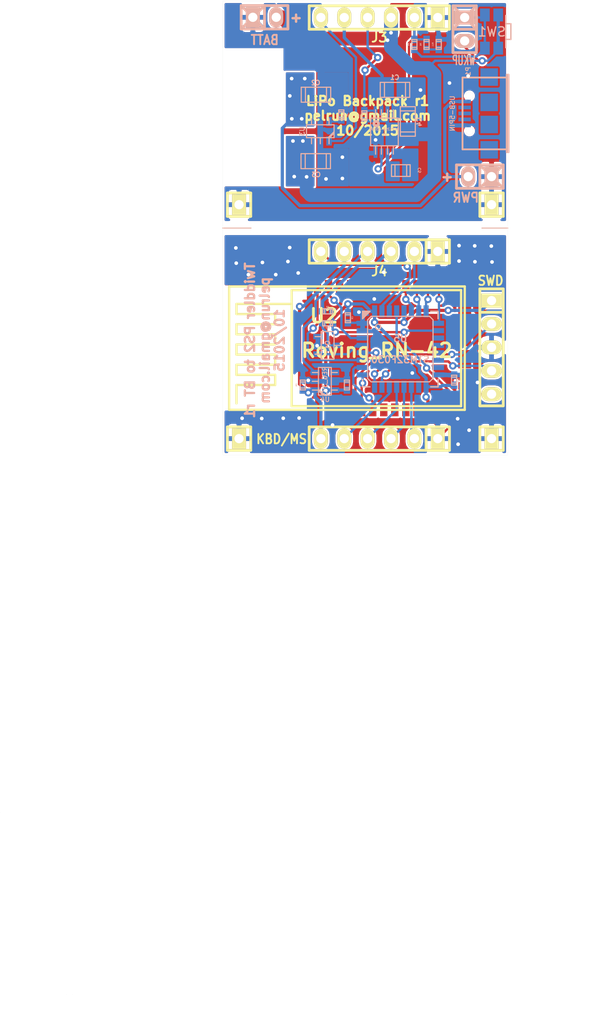
<source format=kicad_pcb>
(kicad_pcb (version 4) (host pcbnew 4.0.0-rc1-stable)
  (layers (0 F.Cu signal) (31 B.Cu signal) (34 B.Paste user hide) (35 F.Paste user hide) (36 B.SilkS user) (37 F.SilkS user) (38 B.Mask user hide) (39 F.Mask user hide) (44 Edge.Cuts user))
  (net 0 "")
  (net 1 +3.3V)
  (net 2 +5V)
  (net 3 +BATT)
  (net 4 /BATT_SENSE)
  (net 5 /KB_CLK)
  (net 6 /KB_DATA)
  (net 7 /MISO)
  (net 8 /MOSI)
  (net 9 /MS_CLK)
  (net 10 /MS_DATA)
  (net 11 /POWER_ON)
  (net 12 /PWR_GOOD)
  (net 13 /REG_C+)
  (net 14 /REG_C-)
  (net 15 /nCTS)
  (net 16 /nRTS)
  (net 17 GND)
  (net 18 VCC)
  (net 19 /SWDIO)
  (net 20 /NRST)
  (net 21 "Net-(R3-Pad1)")
  (net 22 "Net-(R11-Pad1)")
  (net 23 /BT_RX)
  (net 24 /BT_TX)
  (net 25 /~BT_CS)
  (net 26 /SCK)
  (net 27 /SWDCLK)
  (net 28 /BATT_ADC)
  (net 29 /~BT_RESET)
  (net 30 "Net-(U2-Pad10)")
  (net 31 "Net-(U2-Pad9)")
  (net 32 "Net-(U2-Pad8)")
  (net 33 "Net-(U2-Pad7)")
  (net 34 "Net-(U2-Pad20)")
  (net 35 "Net-(U2-Pad30)")
  (net 36 "Net-(U2-Pad31)")
  (net 37 "Net-(U2-Pad32)")
  (net 38 "Net-(U2-Pad33)")
  (net 39 "Net-(U2-Pad34)")
  (net 40 /CHG_STAT)
  (net 41 "Net-(U4-Pad4)")
  (net 42 "Net-(U5-Pad11)")
  (net 43 "Net-(U5-Pad12)")
  (net 44 "Net-(U5-Pad13)")
  (net 45 "Net-(U5-Pad18)")
  (net 46 "Net-(U2-Pad3)")
  (net 47 "Net-(U2-Pad4)")
  (net 48 "Net-(U2-Pad17)")
  (net 49 "Net-(U2-Pad18)")
  (net 50 "Net-(U2-Pad19)")
  (net 51 "Net-(U2-Pad21)")
  (net 52 "Net-(U2-Pad22)")
  (net 53 "Net-(U2-Pad35)")
  (net 54 "Net-(U5-Pad14)")
  (net 55 "Net-(U5-Pad15)")
  (net 56 "Net-(P1-Pad2)")
  (net 57 "Net-(P1-Pad3)")
  (net 58 "Net-(P1-Pad4)")
  (net 59 "Net-(Q1-Pad2)")
  (net 60 "Net-(J10-Pad1)")
  (module w_smd_resistors:r_0402 (layer B.Cu) (at 152.81684 34.98036 270)
    (fp_text reference R11 (at 0 0.635 270) (layer B.SilkS) (effects (font (size 0.1524 0.1524) (thickness 0.03048)) (justify mirror)))
    (fp_text value 10k hide)
    (pad 1 smd rect (at 0.54864 0 270) (size 0.8001 0.6985) (layers B.Cu B.Paste B.Mask) (net 22 "Net-(R11-Pad1)"))
    (pad 2 smd rect (at -0.54864 0 270) (size 0.8001 0.6985) (layers B.Cu B.Paste B.Mask) (net 17 GND))
  )
  (module w_smd_resistors:r_0402 (layer B.Cu) (at 151.49604 34.98036 90)
    (fp_text reference R6 (at 0 -0.635 90) (layer B.SilkS) (effects (font (size 0.1524 0.1524) (thickness 0.03048)) (justify mirror)))
    (fp_text value 10k hide)
    (pad 1 smd rect (at 0.54864 0 90) (size 0.8001 0.6985) (layers B.Cu B.Paste B.Mask) (net 11 /POWER_ON))
    (pad 2 smd rect (at -0.54864 0 90) (size 0.8001 0.6985) (layers B.Cu B.Paste B.Mask) (net 22 "Net-(R11-Pad1)"))
  )
  (module w_smd_cap:c_0402 (layer B.Cu) (at 154.49324 71.42936 90)
    (fp_text reference C10 (at 0 0.4826 90) (layer B.SilkS) (effects (font (size 0.1524 0.1524) (thickness 0.03048)) (justify mirror)))
    (fp_text value 0.1u hide)
    (pad 1 smd rect (at 0.54864 0 90) (size 0.8001 0.6985) (layers B.Cu B.Paste B.Mask) (net 17 GND))
    (pad 2 smd rect (at -0.54864 0 90) (size 0.8001 0.6985) (layers B.Cu B.Paste B.Mask) (net 1 +3.3V))
  )
  (module w_smd_lqfp:lqfp32 (layer B.Cu) (at 148.64724 68.05736)
    (fp_text reference U5 (at 0 -1.143) (layer B.SilkS) (effects (font (size 0.7493 0.7493) (thickness 0.14986)) (justify mirror)))
    (fp_text value STM32F030 (at 0 1.143) (layer B.SilkS) (effects (font (size 0.7493 0.7493) (thickness 0.14986)) (justify mirror)))
    (pad 4 smd rect (at -0.39878 -4.09956) (size 0.55118 1.30048) (layers B.Cu B.Paste B.Mask) (net 20 /NRST))
    (pad 5 smd rect (at 0.39878 -4.09956) (size 0.55118 1.30048) (layers B.Cu B.Paste B.Mask) (net 1 +3.3V))
    (pad 6 smd rect (at 1.19888 -4.09956) (size 0.55118 1.30048) (layers B.Cu B.Paste B.Mask) (net 16 /nRTS))
    (pad 7 smd rect (at 1.99898 -4.09956) (size 0.55118 1.30048) (layers B.Cu B.Paste B.Mask) (net 15 /nCTS))
    (pad 8 smd rect (at 2.79908 -4.09956) (size 0.55118 1.30048) (layers B.Cu B.Paste B.Mask) (net 23 /BT_RX))
    (pad 1 smd rect (at -2.79908 -4.09956) (size 0.55118 1.30048) (layers B.Cu B.Paste B.Mask) (net 1 +3.3V))
    (pad 2 smd rect (at -1.99898 -4.09956) (size 0.55118 1.30048) (layers B.Cu B.Paste B.Mask) (net 40 /CHG_STAT))
    (pad 3 smd rect (at -1.19888 -4.09956) (size 0.55118 1.30048) (layers B.Cu B.Paste B.Mask) (net 11 /POWER_ON))
    (pad 9 smd rect (at 4.09956 -2.79908) (size 1.30048 0.55118) (layers B.Cu B.Paste B.Mask) (net 24 /BT_TX))
    (pad 10 smd rect (at 4.09956 -1.99898) (size 1.30048 0.55118) (layers B.Cu B.Paste B.Mask) (net 28 /BATT_ADC))
    (pad 11 smd rect (at 4.09956 -1.19888) (size 1.30048 0.55118) (layers B.Cu B.Paste B.Mask) (net 42 "Net-(U5-Pad11)"))
    (pad 12 smd rect (at 4.09956 -0.39878) (size 1.30048 0.55118) (layers B.Cu B.Paste B.Mask) (net 43 "Net-(U5-Pad12)"))
    (pad 13 smd rect (at 4.09956 0.39878) (size 1.30048 0.55118) (layers B.Cu B.Paste B.Mask) (net 44 "Net-(U5-Pad13)"))
    (pad 14 smd rect (at 4.09956 1.19888) (size 1.30048 0.55118) (layers B.Cu B.Paste B.Mask) (net 54 "Net-(U5-Pad14)"))
    (pad 15 smd rect (at 4.09956 1.99898) (size 1.30048 0.55118) (layers B.Cu B.Paste B.Mask) (net 55 "Net-(U5-Pad15)"))
    (pad 16 smd rect (at 4.09956 2.79908) (size 1.30048 0.55118) (layers B.Cu B.Paste B.Mask) (net 17 GND))
    (pad 17 smd rect (at 2.79908 4.09956) (size 0.55118 1.30048) (layers B.Cu B.Paste B.Mask) (net 1 +3.3V))
    (pad 18 smd rect (at 1.99898 4.09956) (size 0.55118 1.30048) (layers B.Cu B.Paste B.Mask) (net 45 "Net-(U5-Pad18)"))
    (pad 19 smd rect (at 1.19888 4.09956) (size 0.55118 1.30048) (layers B.Cu B.Paste B.Mask) (net 9 /MS_CLK))
    (pad 20 smd rect (at 0.39878 4.09956) (size 0.55118 1.30048) (layers B.Cu B.Paste B.Mask) (net 10 /MS_DATA))
    (pad 21 smd rect (at -0.39878 4.09956) (size 0.55118 1.30048) (layers B.Cu B.Paste B.Mask) (net 5 /KB_CLK))
    (pad 22 smd rect (at -1.19888 4.09956) (size 0.55118 1.30048) (layers B.Cu B.Paste B.Mask) (net 6 /KB_DATA))
    (pad 23 smd rect (at -1.99898 4.09956) (size 0.55118 1.30048) (layers B.Cu B.Paste B.Mask) (net 19 /SWDIO))
    (pad 24 smd rect (at -2.79908 4.09956) (size 0.55118 1.30048) (layers B.Cu B.Paste B.Mask) (net 27 /SWDCLK))
    (pad 25 smd rect (at -4.09956 2.79908) (size 1.30048 0.55118) (layers B.Cu B.Paste B.Mask) (net 29 /~BT_RESET))
    (pad 26 smd rect (at -4.09956 1.99898) (size 1.30048 0.55118) (layers B.Cu B.Paste B.Mask) (net 26 /SCK))
    (pad 27 smd rect (at -4.09956 1.19888) (size 1.30048 0.55118) (layers B.Cu B.Paste B.Mask) (net 7 /MISO))
    (pad 28 smd rect (at -4.09956 0.39878) (size 1.30048 0.55118) (layers B.Cu B.Paste B.Mask) (net 8 /MOSI))
    (pad 29 smd rect (at -4.09956 -0.39878) (size 1.30048 0.55118) (layers B.Cu B.Paste B.Mask) (net 4 /BATT_SENSE))
    (pad 30 smd rect (at -4.09956 -1.19888) (size 1.30048 0.55118) (layers B.Cu B.Paste B.Mask) (net 25 /~BT_CS))
    (pad 31 smd rect (at -4.09956 -1.99898) (size 1.30048 0.55118) (layers B.Cu B.Paste B.Mask) (net 17 GND))
    (pad 32 smd rect (at -4.09956 -2.79908) (size 1.30048 0.55118) (layers B.Cu B.Paste B.Mask) (net 17 GND))
  )
  (module w_pin_strip:pin_strip_5 (layer F.Cu) (at 158.55724 67.87336 270)
    (fp_text reference J2 hide)
    (fp_text value SWD (at -7.239 0.1016 360) (layer F.SilkS) (effects (font (size 1.016 0.889) (thickness 0.2032))))
    (pad 1 thru_hole rect (at -5.08 0 270) (size 1.524 2.19964) (drill 1.00076) (layers *.Cu *.Mask F.SilkS) (net 1 +3.3V))
    (pad 2 thru_hole oval (at -2.54 0 270) (size 1.524 2.19964) (drill 1.00076) (layers *.Cu *.Mask F.SilkS) (net 27 /SWDCLK))
    (pad 3 thru_hole oval (at 0 0 270) (size 1.524 2.19964) (drill 1.00076) (layers *.Cu *.Mask F.SilkS) (net 17 GND))
    (pad 4 thru_hole oval (at 2.54 0 270) (size 1.524 2.19964) (drill 1.00076) (layers *.Cu *.Mask F.SilkS) (net 19 /SWDIO))
    (pad 5 thru_hole oval (at 5.08 0 270) (size 1.524 2.19964) (drill 1.00076) (layers *.Cu *.Mask F.SilkS) (net 20 /NRST))
  )
  (module w_pin_strip:pin_strip_6 (layer F.Cu) (at 146.36524 77.77936 180)
    (fp_text reference J1 hide)
    (fp_text value KBD/MS (at 10.6172 -0.0508 180) (layer F.SilkS) (effects (font (size 1.016 0.889) (thickness 0.2032))))
    (pad 1 thru_hole rect (at -6.35 0 180) (size 1.524 2.19964) (drill 1.00076) (layers *.Cu *.Mask F.SilkS) (net 17 GND))
    (pad 2 thru_hole oval (at -3.81 0 180) (size 1.524 2.19964) (drill 1.00076) (layers *.Cu *.Mask F.SilkS) (net 9 /MS_CLK))
    (pad 3 thru_hole oval (at -1.27 0 180) (size 1.524 2.19964) (drill 1.00076) (layers *.Cu *.Mask F.SilkS) (net 10 /MS_DATA))
    (pad 4 thru_hole oval (at 1.27 0 180) (size 1.524 2.19964) (drill 1.00076) (layers *.Cu *.Mask F.SilkS) (net 5 /KB_CLK))
    (pad 5 thru_hole oval (at 3.81 0 180) (size 1.524 2.19964) (drill 1.00076) (layers *.Cu *.Mask F.SilkS) (net 6 /KB_DATA))
    (pad 6 thru_hole oval (at 6.35 0 180) (size 1.524 2.19964) (drill 1.00076) (layers *.Cu *.Mask F.SilkS) (net 2 +5V))
  )
  (module w_pin_strip:pin_strip_2 (layer B.Cu) (at 133.89384 32.03396)
    (fp_text reference P2 hide)
    (fp_text value BATT (at 0.0254 2.4638) (layer B.SilkS) (effects (font (size 1.016 0.889) (thickness 0.2032)) (justify mirror)))
    (pad 1 thru_hole rect (at -1.27 0) (size 1.524 2.19964) (drill 1.00076) (layers *.Cu *.Mask B.SilkS) (net 17 GND))
    (pad 2 thru_hole oval (at 1.27 0) (size 1.524 2.19964) (drill 1.00076) (layers *.Cu *.Mask B.SilkS) (net 3 +BATT))
  )
  (module w_smd_resistors:r_0402 (layer B.Cu) (at 144.73964 42.72736 270)
    (fp_text reference R4 (at 0 0.6096 270) (layer B.SilkS) (effects (font (size 0.1524 0.1524) (thickness 0.03048)) (justify mirror)))
    (fp_text value 10k hide)
    (pad 1 smd rect (at 0.54864 0 270) (size 0.8001 0.6985) (layers B.Cu B.Paste B.Mask) (net 3 +BATT))
    (pad 2 smd rect (at -0.54864 0 270) (size 0.8001 0.6985) (layers B.Cu B.Paste B.Mask) (net 12 /PWR_GOOD))
  )
  (module w_smd_trans:sot23-5 (layer B.Cu) (at 140.44724 71.55736 90)
    (fp_text reference U4 (at -1.9802 0.0252 180) (layer B.SilkS) (effects (font (size 0.50038 0.50038) (thickness 0.09906)) (justify mirror)))
    (fp_text value REG_3V3 (at 0 0 90) (layer B.SilkS) (effects (font (size 0.50038 0.50038) (thickness 0.09906)) (justify mirror)))
    (pad 1 smd rect (at -0.9525 -1.05664 90) (size 0.59944 1.00076) (layers B.Cu B.Paste B.Mask) (net 2 +5V))
    (pad 3 smd rect (at 0.9525 -1.05664 90) (size 0.59944 1.00076) (layers B.Cu B.Paste B.Mask) (net 12 /PWR_GOOD))
    (pad 2 smd rect (at 0 -1.05664 90) (size 0.59944 1.00076) (layers B.Cu B.Paste B.Mask) (net 17 GND))
    (pad 4 smd rect (at 0.9525 1.05664 90) (size 0.59944 1.00076) (layers B.Cu B.Paste B.Mask) (net 41 "Net-(U4-Pad4)"))
    (pad 5 smd rect (at -0.9525 1.05664 90) (size 0.59944 1.00076) (layers B.Cu B.Paste B.Mask) (net 1 +3.3V))
  )
  (module w_smd_cap:c_0402 (layer B.Cu) (at 142.84724 71.95736 270)
    (fp_text reference C7 (at 0.0308 -0.7748 270) (layer B.SilkS) (effects (font (size 0.1524 0.1524) (thickness 0.03048)) (justify mirror)))
    (fp_text value 1uF/X7R hide)
    (pad 1 smd rect (at 0.54864 0 270) (size 0.8001 0.6985) (layers B.Cu B.Paste B.Mask) (net 1 +3.3V))
    (pad 2 smd rect (at -0.54864 0 270) (size 0.8001 0.6985) (layers B.Cu B.Paste B.Mask) (net 17 GND))
  )
  (module w_smd_cap:c_0402 (layer B.Cu) (at 142.94724 64.65736 90)
    (fp_text reference C9 (at 0 0.4826 90) (layer B.SilkS) (effects (font (size 0.1524 0.1524) (thickness 0.03048)) (justify mirror)))
    (fp_text value 0.1u hide)
    (pad 1 smd rect (at 0.54864 0 90) (size 0.8001 0.6985) (layers B.Cu B.Paste B.Mask) (net 1 +3.3V))
    (pad 2 smd rect (at -0.54864 0 90) (size 0.8001 0.6985) (layers B.Cu B.Paste B.Mask) (net 17 GND))
  )
  (module w_smd_cap:c_0402 (layer B.Cu) (at 138.04724 71.95736 90)
    (fp_text reference C6 (at -0.0054 -0.699 90) (layer B.SilkS) (effects (font (size 0.1524 0.1524) (thickness 0.03048)) (justify mirror)))
    (fp_text value 1uF/X7R hide)
    (pad 1 smd rect (at 0.54864 0 90) (size 0.8001 0.6985) (layers B.Cu B.Paste B.Mask) (net 17 GND))
    (pad 2 smd rect (at -0.54864 0 90) (size 0.8001 0.6985) (layers B.Cu B.Paste B.Mask) (net 2 +5V))
  )
  (module w_smd_dil:msoic-8 (layer B.Cu) (at 146.92189 44.48501)
    (fp_text reference U1 (at 0 0.29972) (layer B.SilkS) (effects (font (size 0.24892 0.24892) (thickness 0.06096)) (justify mirror)))
    (fp_text value MCP1253-33X50 (at 0 -0.29972) (layer B.SilkS) (effects (font (size 0.24892 0.24892) (thickness 0.0508)) (justify mirror)))
    (pad 1 smd rect (at -0.97536 -2.30124) (size 0.40894 1.02108) (layers B.Cu B.Paste B.Mask) (net 12 /PWR_GOOD))
    (pad 2 smd rect (at -0.32512 -2.30124) (size 0.40894 1.02108) (layers B.Cu B.Paste B.Mask) (net 2 +5V))
    (pad 3 smd rect (at 0.32512 -2.30124) (size 0.40894 1.02108) (layers B.Cu B.Paste B.Mask) (net 3 +BATT))
    (pad 4 smd rect (at 0.97536 -2.30124) (size 0.40894 1.02108) (layers B.Cu B.Paste B.Mask) (net 17 GND))
    (pad 5 smd rect (at 0.97536 2.30124) (size 0.40894 1.02108) (layers B.Cu B.Paste B.Mask) (net 14 /REG_C-))
    (pad 6 smd rect (at 0.32512 2.30124) (size 0.40894 1.02108) (layers B.Cu B.Paste B.Mask) (net 13 /REG_C+))
    (pad 7 smd rect (at -0.32512 2.30124) (size 0.40894 1.02108) (layers B.Cu B.Paste B.Mask) (net 11 /POWER_ON))
    (pad 8 smd rect (at -0.97536 2.30124) (size 0.40894 1.02108) (layers B.Cu B.Paste B.Mask) (net 17 GND))
  )
  (module w_smd_resistors:r_0402 (layer B.Cu) (at 150.17524 34.98036 270)
    (fp_text reference R5 (at 0 0.635 270) (layer B.SilkS) (effects (font (size 0.1524 0.1524) (thickness 0.03048)) (justify mirror)))
    (fp_text value 10k hide)
    (pad 1 smd rect (at 0.54864 0 270) (size 0.8001 0.6985) (layers B.Cu B.Paste B.Mask) (net 60 "Net-(J10-Pad1)"))
    (pad 2 smd rect (at -0.54864 0 270) (size 0.8001 0.6985) (layers B.Cu B.Paste B.Mask) (net 11 /POWER_ON))
  )
  (module w_smd_cap:c_1206 (layer B.Cu) (at 139.48184 40.44136 180)
    (fp_text reference C2 (at 0.0254 1.2954 180) (layer B.SilkS) (effects (font (size 0.50038 0.50038) (thickness 0.11938)) (justify mirror)))
    (fp_text value 10uF hide)
    (pad 1 smd rect (at 1.397 0 180) (size 1.6002 1.8034) (layers B.Cu B.Paste B.Mask) (net 18 VCC))
    (pad 2 smd rect (at -1.397 0 180) (size 1.6002 1.8034) (layers B.Cu B.Paste B.Mask) (net 17 GND))
  )
  (module w_smd_trans:sot23-5 (layer B.Cu) (at 139.95164 44.40396 180)
    (fp_text reference U3 (at 1.9684 0.0002 270) (layer B.SilkS) (effects (font (size 0.50038 0.50038) (thickness 0.09906)) (justify mirror)))
    (fp_text value MCP73831T-2 hide)
    (pad 1 smd rect (at -0.9525 -1.05664 180) (size 0.59944 1.00076) (layers B.Cu B.Paste B.Mask) (net 40 /CHG_STAT))
    (pad 3 smd rect (at 0.9525 -1.05664 180) (size 0.59944 1.00076) (layers B.Cu B.Paste B.Mask) (net 3 +BATT))
    (pad 2 smd rect (at 0 -1.05664 180) (size 0.59944 1.00076) (layers B.Cu B.Paste B.Mask) (net 17 GND))
    (pad 4 smd rect (at 0.9525 1.05664 180) (size 0.59944 1.00076) (layers B.Cu B.Paste B.Mask) (net 18 VCC))
    (pad 5 smd rect (at -0.9525 1.05664 180) (size 0.59944 1.00076) (layers B.Cu B.Paste B.Mask) (net 21 "Net-(R3-Pad1)"))
  )
  (module w_smd_cap:c_1206 (layer B.Cu) (at 139.45644 47.65496 180)
    (fp_text reference C3 (at -0.0509 -1.4603 180) (layer B.SilkS) (effects (font (size 0.50038 0.50038) (thickness 0.11938)) (justify mirror)))
    (fp_text value 10uF hide)
    (pad 1 smd rect (at 1.397 0 180) (size 1.6002 1.8034) (layers B.Cu B.Paste B.Mask) (net 3 +BATT))
    (pad 2 smd rect (at -1.397 0 180) (size 1.6002 1.8034) (layers B.Cu B.Paste B.Mask) (net 17 GND))
  )
  (module w_smd_trans:sot23 (layer B.Cu) (at 140.74724 67.65736 90)
    (fp_text reference Q1 (at 0.038 0.0046 90) (layer B.SilkS) (effects (font (size 0.50038 0.50038) (thickness 0.09906)) (justify mirror)))
    (fp_text value MOS_N_DGS hide)
    (pad 1 smd rect (at -0.9525 -1.05664 90) (size 0.59944 1.00076) (layers B.Cu B.Paste B.Mask) (net 4 /BATT_SENSE))
    (pad 2 smd rect (at 0 1.05664 90) (size 0.59944 1.00076) (layers B.Cu B.Paste B.Mask) (net 59 "Net-(Q1-Pad2)"))
    (pad 3 smd rect (at 0.9525 -1.05664 90) (size 0.59944 1.00076) (layers B.Cu B.Paste B.Mask) (net 17 GND))
  )
  (module w_smd_resistors:r_0402 (layer B.Cu) (at 140.74724 63.95736 180)
    (fp_text reference R9 (at 0 0.4826 180) (layer B.SilkS) (effects (font (size 0.1524 0.1524) (thickness 0.03048)) (justify mirror)))
    (fp_text value 10k hide)
    (pad 1 smd rect (at 0.54864 0 180) (size 0.8001 0.6985) (layers B.Cu B.Paste B.Mask) (net 3 +BATT))
    (pad 2 smd rect (at -0.54864 0 180) (size 0.8001 0.6985) (layers B.Cu B.Paste B.Mask) (net 28 /BATT_ADC))
  )
  (module w_smd_resistors:r_0402 (layer B.Cu) (at 140.74724 65.25736)
    (fp_text reference R10 (at 0 0.4826) (layer B.SilkS) (effects (font (size 0.1524 0.1524) (thickness 0.03048)) (justify mirror)))
    (fp_text value 10k hide)
    (pad 1 smd rect (at 0.54864 0) (size 0.8001 0.6985) (layers B.Cu B.Paste B.Mask) (net 28 /BATT_ADC))
    (pad 2 smd rect (at -0.54864 0) (size 0.8001 0.6985) (layers B.Cu B.Paste B.Mask) (net 59 "Net-(Q1-Pad2)"))
  )
  (module w_smd_cap:c_1206 (layer B.Cu) (at 148.06489 39.91301 180)
    (fp_text reference C1 (at 0.02325 1.35125 180) (layer B.SilkS) (effects (font (size 0.50038 0.50038) (thickness 0.11938)) (justify mirror)))
    (fp_text value 10uF hide)
    (pad 1 smd rect (at 1.397 0 180) (size 1.6002 1.8034) (layers B.Cu B.Paste B.Mask) (net 2 +5V))
    (pad 2 smd rect (at -1.397 0 180) (size 1.6002 1.8034) (layers B.Cu B.Paste B.Mask) (net 17 GND))
  )
  (module w_smd_cap:c_1206 (layer B.Cu) (at 149.46189 43.34201 270)
    (fp_text reference C4 (at 0.04575 -1.24675 270) (layer B.SilkS) (effects (font (size 0.50038 0.50038) (thickness 0.11938)) (justify mirror)))
    (fp_text value 10uF hide)
    (pad 1 smd rect (at 1.397 0 270) (size 1.6002 1.8034) (layers B.Cu B.Paste B.Mask) (net 3 +BATT))
    (pad 2 smd rect (at -1.397 0 270) (size 1.6002 1.8034) (layers B.Cu B.Paste B.Mask) (net 17 GND))
  )
  (module w_smd_resistors:r_0402 (layer B.Cu) (at 142.23764 42.62596 270)
    (fp_text reference R3 (at -0.0002 -0.6986 270) (layer B.SilkS) (effects (font (size 0.1524 0.1524) (thickness 0.03048)) (justify mirror)))
    (fp_text value 10k hide)
    (pad 1 smd rect (at 0.54864 0 270) (size 0.8001 0.6985) (layers B.Cu B.Paste B.Mask) (net 21 "Net-(R3-Pad1)"))
    (pad 2 smd rect (at -0.54864 0 270) (size 0.8001 0.6985) (layers B.Cu B.Paste B.Mask) (net 17 GND))
  )
  (module w_smd_cap:c_0805 (layer B.Cu) (at 148.69989 48.67601 180)
    (fp_text reference C5 (at -2.03415 0.03045 270) (layer B.SilkS) (effects (font (size 0.29972 0.29972) (thickness 0.06096)) (justify mirror)))
    (fp_text value 1uF hide)
    (pad 1 smd rect (at 0.9525 0 180) (size 1.30048 1.4986) (layers B.Cu B.Paste B.Mask) (net 13 /REG_C+))
    (pad 2 smd rect (at -0.9525 0 180) (size 1.30048 1.4986) (layers B.Cu B.Paste B.Mask) (net 14 /REG_C-))
  )
  (module w_rf_modules:w_rf_modules%3aroving_rn-42 (layer F.Cu) (at 142.84724 67.95736 90)
    (fp_text reference U2 (at 3.5 -2.5 180) (layer F.SilkS) (effects (font (size 1.5 1.5) (thickness 0.3))))
    (fp_text value Roving_RN-42 (at -0.25 3.25 180) (layer F.SilkS) (effects (font (size 1.5 1.5) (thickness 0.3))))
    (pad 1 smd rect (at -6.7 -3.2 90) (size 1.4 0.8) (layers F.Cu F.Paste F.Mask) (net 17 GND))
    (pad 2 smd rect (at -6.7 -2 90) (size 1.4 0.8) (layers F.Cu F.Paste F.Mask) (net 8 /MOSI))
    (pad 3 smd rect (at -6.7 -0.8 90) (size 1.4 0.8) (layers F.Cu F.Paste F.Mask) (net 46 "Net-(U2-Pad3)"))
    (pad 4 smd rect (at -6.7 0.4 90) (size 1.4 0.8) (layers F.Cu F.Paste F.Mask) (net 47 "Net-(U2-Pad4)"))
    (pad 5 smd rect (at -6.7 1.6 90) (size 1.4 0.8) (layers F.Cu F.Paste F.Mask) (net 29 /~BT_RESET))
    (pad 6 smd rect (at -6.7 2.8 90) (size 1.4 0.8) (layers F.Cu F.Paste F.Mask) (net 26 /SCK))
    (pad 7 smd rect (at -6.7 4 90) (size 1.4 0.8) (layers F.Cu F.Paste F.Mask) (net 33 "Net-(U2-Pad7)"))
    (pad 8 smd rect (at -6.7 5.2 90) (size 1.4 0.8) (layers F.Cu F.Paste F.Mask) (net 32 "Net-(U2-Pad8)"))
    (pad 9 smd rect (at -6.7 6.4 90) (size 1.4 0.8) (layers F.Cu F.Paste F.Mask) (net 31 "Net-(U2-Pad9)"))
    (pad 10 smd rect (at -6.7 7.6 90) (size 1.4 0.8) (layers F.Cu F.Paste F.Mask) (net 30 "Net-(U2-Pad10)"))
    (pad 11 smd rect (at -6.7 8.8 90) (size 1.4 0.8) (layers F.Cu F.Paste F.Mask) (net 1 +3.3V))
    (pad 12 smd rect (at -6.7 10 90) (size 1.4 0.8) (layers F.Cu F.Paste F.Mask) (net 17 GND))
    (pad 13 smd rect (at 6.7 10 90) (size 1.4 0.8) (layers F.Cu F.Paste F.Mask) (net 24 /BT_TX))
    (pad 14 smd rect (at 6.7 8.8 90) (size 1.4 0.8) (layers F.Cu F.Paste F.Mask) (net 23 /BT_RX))
    (pad 15 smd rect (at 6.7 7.6 90) (size 1.4 0.8) (layers F.Cu F.Paste F.Mask) (net 15 /nCTS))
    (pad 16 smd rect (at 6.7 6.4 90) (size 1.4 0.8) (layers F.Cu F.Paste F.Mask) (net 16 /nRTS))
    (pad 17 smd rect (at 6.7 5.2 90) (size 1.4 0.8) (layers F.Cu F.Paste F.Mask) (net 48 "Net-(U2-Pad17)"))
    (pad 18 smd rect (at 6.7 4 90) (size 1.4 0.8) (layers F.Cu F.Paste F.Mask) (net 49 "Net-(U2-Pad18)"))
    (pad 19 smd rect (at 6.7 2.8 90) (size 1.4 0.8) (layers F.Cu F.Paste F.Mask) (net 50 "Net-(U2-Pad19)"))
    (pad 20 smd rect (at 6.7 1.6 90) (size 1.4 0.8) (layers F.Cu F.Paste F.Mask) (net 34 "Net-(U2-Pad20)"))
    (pad 21 smd rect (at 6.7 0.4 90) (size 1.4 0.8) (layers F.Cu F.Paste F.Mask) (net 51 "Net-(U2-Pad21)"))
    (pad 22 smd rect (at 6.7 -0.8 90) (size 1.4 0.8) (layers F.Cu F.Paste F.Mask) (net 52 "Net-(U2-Pad22)"))
    (pad 23 smd rect (at 6.7 -2 90) (size 1.4 0.8) (layers F.Cu F.Paste F.Mask) (net 25 /~BT_CS))
    (pad 24 smd rect (at 6.7 -3.2 90) (size 1.4 0.8) (layers F.Cu F.Paste F.Mask) (net 7 /MISO))
    (pad 30 smd rect (at 4.1 12.8 90) (size 0.8 1.4) (layers F.Cu F.Paste F.Mask) (net 35 "Net-(U2-Pad30)"))
    (pad 28 smd rect (at 3.1 12.8 90) (size 0.8 1.4) (layers F.Cu F.Paste F.Mask) (net 17 GND))
    (pad 31 smd rect (at 1.8 12.8 90) (size 0.8 1.4) (layers F.Cu F.Paste F.Mask) (net 36 "Net-(U2-Pad31)"))
    (pad 32 smd rect (at 0.6 12.8 90) (size 0.8 1.4) (layers F.Cu F.Paste F.Mask) (net 37 "Net-(U2-Pad32)"))
    (pad 33 smd rect (at -0.6 12.8 90) (size 0.8 1.4) (layers F.Cu F.Paste F.Mask) (net 38 "Net-(U2-Pad33)"))
    (pad 34 smd rect (at -1.8 12.8 90) (size 0.8 1.4) (layers F.Cu F.Paste F.Mask) (net 39 "Net-(U2-Pad34)"))
    (pad 29 smd rect (at -3.1 12.8 90) (size 0.8 1.4) (layers F.Cu F.Paste F.Mask) (net 17 GND))
    (pad 35 smd rect (at -4.1 12.8 90) (size 0.8 1.4) (layers F.Cu F.Paste F.Mask) (net 53 "Net-(U2-Pad35)"))
  )
  (module w_conn_pc:conn_usb_B_micro_smd-2 (layer B.Cu) (at 158.30324 42.47336 270)
    (fp_text reference P1 (at -4.572 2.286 270) (layer B.SilkS) (effects (font (size 0.50038 0.50038) (thickness 0.09906)) (justify mirror)))
    (fp_text value USB-5PIN (at 0 4.0005 270) (layer B.SilkS) (effects (font (size 0.50038 0.50038) (thickness 0.09906)) (justify mirror)))
    (pad "" smd rect (at -1.19888 0 270) (size 1.89738 1.89738) (layers B.Cu B.Paste B.Mask))
    (pad "" smd rect (at 1.19888 0 270) (size 1.89738 1.89738) (layers B.Cu B.Paste B.Mask))
    (pad "" smd rect (at 3.9497 0 270) (size 1.89738 1.89738) (layers B.Cu B.Paste B.Mask))
    (pad "" smd rect (at -3.9497 0 270) (size 1.89738 1.89738) (layers B.Cu B.Paste B.Mask))
    (pad 1 smd rect (at -1.30048 2.67462 270) (size 0.39878 1.34874) (layers B.Cu B.Paste B.Mask) (net 18 VCC))
    (pad 2 smd rect (at -0.6477 2.67462 270) (size 0.39878 1.3462) (layers B.Cu B.Paste B.Mask) (net 56 "Net-(P1-Pad2)"))
    (pad 3 smd rect (at 0 2.67462 270) (size 0.39878 1.3462) (layers B.Cu B.Paste B.Mask) (net 57 "Net-(P1-Pad3)"))
    (pad 4 smd rect (at 0.6477 2.67462 270) (size 0.39878 1.3462) (layers B.Cu B.Paste B.Mask) (net 58 "Net-(P1-Pad4)"))
    (pad 5 smd rect (at 1.30048 2.67462 270) (size 0.39878 1.3462) (layers B.Cu B.Paste B.Mask) (net 17 GND))
    (pad "" np_thru_hole circle (at 1.89738 2.1463 270) (size 0.79756 0.79756) (drill 0.79756) (layers *.Cu *.Mask B.SilkS))
    (pad "" np_thru_hole circle (at -1.89992 2.14884 270) (size 0.79756 0.79756) (drill 0.79756) (layers *.Cu *.Mask B.SilkS))
  )
  (module w_pin_strip:pin_strip_6 (layer F.Cu) (at 146.36524 32.05936 180)
    (fp_text reference J3 (at 0 -2.159 180) (layer F.SilkS) (effects (font (size 1.016 1.016) (thickness 0.2032))))
    (fp_text value BRD1 hide)
    (pad 1 thru_hole rect (at -6.35 0 180) (size 1.524 2.19964) (drill 1.00076) (layers *.Cu *.Mask F.SilkS) (net 17 GND))
    (pad 2 thru_hole oval (at -3.81 0 180) (size 1.524 2.19964) (drill 1.00076) (layers *.Cu *.Mask F.SilkS) (net 11 /POWER_ON))
    (pad 3 thru_hole oval (at -1.27 0 180) (size 1.524 2.19964) (drill 1.00076) (layers *.Cu *.Mask F.SilkS) (net 3 +BATT))
    (pad 4 thru_hole oval (at 1.27 0 180) (size 1.524 2.19964) (drill 1.00076) (layers *.Cu *.Mask F.SilkS) (net 12 /PWR_GOOD))
    (pad 5 thru_hole oval (at 3.81 0 180) (size 1.524 2.19964) (drill 1.00076) (layers *.Cu *.Mask F.SilkS) (net 2 +5V))
    (pad 6 thru_hole oval (at 6.35 0 180) (size 1.524 2.19964) (drill 1.00076) (layers *.Cu *.Mask F.SilkS) (net 40 /CHG_STAT))
  )
  (module w_pin_strip:pin_strip_6 (layer F.Cu) (at 146.36524 57.45936 180)
    (fp_text reference J4 (at 0 -2.159 180) (layer F.SilkS) (effects (font (size 1.016 1.016) (thickness 0.2032))))
    (fp_text value BRD2 hide)
    (pad 1 thru_hole rect (at -6.35 0 180) (size 1.524 2.19964) (drill 1.00076) (layers *.Cu *.Mask F.SilkS) (net 17 GND))
    (pad 2 thru_hole oval (at -3.81 0 180) (size 1.524 2.19964) (drill 1.00076) (layers *.Cu *.Mask F.SilkS) (net 11 /POWER_ON))
    (pad 3 thru_hole oval (at -1.27 0 180) (size 1.524 2.19964) (drill 1.00076) (layers *.Cu *.Mask F.SilkS) (net 3 +BATT))
    (pad 4 thru_hole oval (at 1.27 0 180) (size 1.524 2.19964) (drill 1.00076) (layers *.Cu *.Mask F.SilkS) (net 12 /PWR_GOOD))
    (pad 5 thru_hole oval (at 3.81 0 180) (size 1.524 2.19964) (drill 1.00076) (layers *.Cu *.Mask F.SilkS) (net 2 +5V))
    (pad 6 thru_hole oval (at 6.35 0 180) (size 1.524 2.19964) (drill 1.00076) (layers *.Cu *.Mask F.SilkS) (net 40 /CHG_STAT))
  )
  (module w_pin_strip:pin_strip_1 (layer F.Cu) (at 158.55724 77.77936)
    (fp_text reference J5 hide)
    (fp_text value M hide)
    (pad 1 thru_hole rect (at 0 0) (size 1.524 2.19964) (drill 1.00076) (layers *.Cu *.Mask F.SilkS) (net 17 GND))
  )
  (module w_pin_strip:pin_strip_1 (layer F.Cu) (at 131.12524 77.77936)
    (fp_text reference J6 hide)
    (fp_text value M hide)
    (pad 1 thru_hole rect (at 0 0) (size 1.524 2.19964) (drill 1.00076) (layers *.Cu *.Mask F.SilkS) (net 17 GND))
  )
  (module w_pin_strip:pin_strip_1 (layer F.Cu) (at 158.55724 52.37936)
    (fp_text reference J7 hide)
    (fp_text value M hide)
    (pad 1 thru_hole rect (at 0 0) (size 1.524 2.19964) (drill 1.00076) (layers *.Cu *.Mask F.SilkS) (net 17 GND))
  )
  (module w_pin_strip:pin_strip_1 (layer F.Cu) (at 131.12524 52.37936)
    (fp_text reference J8 hide)
    (fp_text value M hide)
    (pad 1 thru_hole rect (at 0 0) (size 1.524 2.19964) (drill 1.00076) (layers *.Cu *.Mask F.SilkS) (net 17 GND))
  )
  (module Buttons_Switches_SMD:SW_SPST_EVQP7A (layer B.Cu) (at 158.55724 33.58336 270)
    (fp_text reference SW1 (at 0.0254 -0.0254 360) (layer B.SilkS) (effects (justify mirror)))
    (fp_text value WKUP hide)
    (pad 1 smd rect (at 1.8 0.725 270) (size 1.4 1.05) (layers B.Cu B.Paste B.Mask) (net 60 "Net-(J10-Pad1)"))
    (pad 1 smd rect (at -1.8 0.725 270) (size 1.4 1.05) (layers B.Cu B.Paste B.Mask) (net 60 "Net-(J10-Pad1)"))
    (pad 2 smd rect (at 1.8 -0.725 270) (size 1.4 1.05) (layers B.Cu B.Paste B.Mask) (net 3 +BATT))
    (pad 2 smd rect (at -1.8 -0.725 270) (size 1.4 1.05) (layers B.Cu B.Paste B.Mask) (net 3 +BATT))
  )
  (module w_pin_strip:pin_strip_2 (layer B.Cu) (at 157.28724 49.33136 180)
    (fp_text reference J9 hide)
    (fp_text value PWR (at 1.524 -2.286 360) (layer B.SilkS) (effects (font (size 1.016 0.889) (thickness 0.2032)) (justify mirror)))
    (pad 1 thru_hole rect (at -1.27 0 180) (size 1.524 2.19964) (drill 1.00076) (layers *.Cu *.Mask B.SilkS) (net 17 GND))
    (pad 2 thru_hole oval (at 1.27 0 180) (size 1.524 2.19964) (drill 1.00076) (layers *.Cu *.Mask B.SilkS) (net 18 VCC))
  )
  (module Mounting_Holes:MountingHole_2-5mm (layer F.Cu) (at 144.96824 54.91936)
    (fp_text reference SLOT hide)
    (fp_text value SLOT hide)
    (pad "" np_thru_hole oval (at 0 0) (size 25 1) (drill oval 25 1) (layers *.Cu *.Mask))
  )
  (module w_pin_strip:pin_strip_2 (layer B.Cu) (at 155.63624 33.32936 270)
    (fp_text reference J10 hide)
    (fp_text value WKUP (at 3.3782 0.1016 540) (layer B.SilkS) (effects (font (size 1.016 0.6)) (justify mirror)))
    (pad 1 thru_hole rect (at -1.27 0 270) (size 1.524 2.19964) (drill 1.00076) (layers *.Cu *.Mask B.SilkS) (net 60 "Net-(J10-Pad1)"))
    (pad 2 thru_hole oval (at 1.27 0 270) (size 1.524 2.19964) (drill 1.00076) (layers *.Cu *.Mask B.SilkS) (net 3 +BATT))
  )
  (gr_text "LiPo Backpack r1\npelrun@gmail.com\n10/2015" (at 145.09524 42.72736) (layer F.SilkS) (effects (font (size 1 1) (thickness 0.25))))
  (gr_text + (at 153.73124 49.33136) (layer F.SilkS) (effects (font (size 1 1) (thickness 0.25))))
  (gr_text + (at 153.73124 49.33136) (layer B.SilkS) (effects (font (size 1 1) (thickness 0.25)) (justify mirror)))
  (gr_line (start 129.34724 54.91936) (end 160.33524 54.91936) (angle 90) (layer B.SilkS) (width 0.1))
  (gr_line (start 160.33524 54.91936) (end 129.34724 54.91936) (angle 90) (layer F.SilkS) (width 0.1))
  (gr_text "Twiddler PS2 to BT r1\npelrun@gmail.com\n10/2015" (at 133.91924 67.11136 90) (layer B.SilkS) (effects (font (size 1 1) (thickness 0.25)) (justify mirror)))
  (gr_text + (at 137.32284 32.05936) (layer B.SilkS) (effects (font (size 1 1) (thickness 0.25)) (justify mirror)))
  (gr_text + (at 137.32284 32.05936) (layer F.SilkS) (effects (font (size 1 1) (thickness 0.25))))
  (gr_line (start 160.33524 54.15736) (end 160.33524 55.68136) (angle 90) (layer Edge.Cuts) (width 0.01))
  (gr_line (start 129.34724 54.15736) (end 129.34724 55.68136) (angle 90) (layer Edge.Cuts) (width 0.01))
  (gr_line (start 129.34724 55.68136) (end 129.34724 59.49136) (angle 90) (layer Edge.Cuts) (width 0.01))
  (gr_line (start 129.34724 30.28136) (end 129.34724 34.09136) (angle 90) (layer Edge.Cuts) (width 0.01))
  (gr_line (start 160.33524 30.28136) (end 129.34724 30.28136) (angle 90) (layer Edge.Cuts) (width 0.01))
  (gr_line (start 160.33524 34.09136) (end 160.33524 30.28136) (angle 90) (layer Edge.Cuts) (width 0.01))
  (gr_line (start 160.33524 59.49136) (end 160.33524 55.68136) (angle 90) (layer Edge.Cuts) (width 0.01))
  (gr_line (start 160.33524 34.09136) (end 160.33524 54.15736) (angle 90) (layer Edge.Cuts) (width 0.01))
  (gr_line (start 129.34724 54.15736) (end 129.34724 34.09136) (angle 90) (layer Edge.Cuts) (width 0.01))
  (gr_line (start 129.34724 79.55736) (end 160.33524 79.55736) (angle 90) (layer Edge.Cuts) (width 0.01))
  (gr_line (start 129.34724 59.49136) (end 129.34724 79.55736) (angle 90) (layer Edge.Cuts) (width 0.01))
  (gr_line (start 160.33524 79.55736) (end 160.33524 59.49136) (angle 90) (layer Edge.Cuts) (width 0.01))
  (target plus (at 113.03 138.176) (size 0.005) (width 0.01) (layer Edge.Cuts))
  (target plus (at 112.395 138.176) (size 0.005) (width 0.01) (layer Edge.Cuts))
  (target plus (at 116.84 141.351) (size 0.005) (width 0.01) (layer Edge.Cuts))
  (target plus (at 116.84 141.351) (size 0.005) (width 0.01) (layer Edge.Cuts))
  (target plus (at 105.156 118.364) (size 0.005) (width 0.01) (layer Edge.Cuts))
  (target plus (at 105.156 118.364) (size 0.005) (width 0.01) (layer Edge.Cuts))
  (target plus (at 113.03 141.351) (size 0.005) (width 0.01) (layer Edge.Cuts))
  (segment (start 151.44632 71.221168) (end 151.44632 72.15692) (width 0.35) (layer B.Cu) (net 1))
  (segment (start 150.721534 70.496382) (end 151.44632 71.221168) (width 0.35) (layer B.Cu) (net 1))
  (segment (start 145.84816 65.15736) (end 150.721534 70.030734) (width 0.35) (layer B.Cu) (net 1))
  (segment (start 150.721534 70.030734) (end 150.721534 70.496382) (width 0.35) (layer B.Cu) (net 1))
  (segment (start 142.94724 63.15736) (end 144.62724 63.15736) (width 0.35) (layer B.Cu) (net 1))
  (segment (start 144.62724 63.15736) (end 145.42768 63.9578) (width 0.35) (layer B.Cu) (net 1))
  (segment (start 151.64724 74.65736) (end 151.64724 73.45736) (width 0.35) (layer F.Cu) (net 1))
  (segment (start 151.44632 73.25644) (end 151.44632 72.15692) (width 0.35) (layer B.Cu) (net 1))
  (segment (start 151.44724 73.25736) (end 151.44632 73.25644) (width 0.35) (layer B.Cu) (net 1))
  (via (at 151.44724 73.25736) (size 0.8) (drill 0.4) (layers F.Cu B.Cu) (net 1))
  (segment (start 151.64724 73.45736) (end 151.44724 73.25736) (width 0.35) (layer F.Cu) (net 1))
  (segment (start 142.94724 64.10872) (end 142.94724 63.15736) (width 0.35) (layer B.Cu) (net 1))
  (segment (start 140.59474 72.50986) (end 141.50388 72.50986) (width 0.35) (layer B.Cu) (net 1))
  (segment (start 140.54724 72.55736) (end 140.59474 72.50986) (width 0.35) (layer B.Cu) (net 1))
  (via (at 140.54724 72.55736) (size 0.8) (drill 0.4) (layers F.Cu B.Cu) (net 1))
  (segment (start 140.54724 65.55736) (end 140.54724 72.55736) (width 0.35) (layer F.Cu) (net 1))
  (segment (start 142.94724 63.15736) (end 140.54724 65.55736) (width 0.35) (layer F.Cu) (net 1))
  (via (at 142.94724 63.15736) (size 0.8) (drill 0.4) (layers F.Cu B.Cu) (net 1))
  (segment (start 158.34724 62.97736) (end 157.46724 63.85736) (width 0.35) (layer B.Cu) (net 1))
  (segment (start 150.34724 63.85736) (end 149.04724 65.15736) (width 0.35) (layer F.Cu) (net 1))
  (segment (start 153.84724 63.85736) (end 150.34724 63.85736) (width 0.35) (layer F.Cu) (net 1))
  (via (at 153.84724 63.85736) (size 0.8) (drill 0.4) (layers F.Cu B.Cu) (net 1))
  (segment (start 157.46724 63.85736) (end 153.84724 63.85736) (width 0.35) (layer B.Cu) (net 1))
  (via (at 145.84816 65.15736) (size 0.8) (drill 0.4) (layers F.Cu B.Cu) (net 1))
  (segment (start 149.04602 63.9578) (end 149.04602 65.15614) (width 0.35) (layer B.Cu) (net 1))
  (segment (start 149.04724 65.15736) (end 149.04602 65.15614) (width 0.35) (layer B.Cu) (net 1))
  (via (at 149.04724 65.15736) (size 0.8) (drill 0.4) (layers F.Cu B.Cu) (net 1))
  (segment (start 149.04724 65.15736) (end 145.84816 65.15736) (width 0.35) (layer F.Cu) (net 1))
  (segment (start 141.50388 72.50986) (end 141.50774 72.506) (width 0.35) (layer B.Cu) (net 1))
  (segment (start 141.50774 72.506) (end 142.84724 72.506) (width 0.35) (layer B.Cu) (net 1))
  (segment (start 145.84816 63.9578) (end 145.84816 65.15736) (width 0.35) (layer B.Cu) (net 1))
  (segment (start 154.64724 72.006) (end 153.1986 72.006) (width 0.35) (layer B.Cu) (net 1))
  (segment (start 153.04768 72.15692) (end 151.44632 72.15692) (width 0.35) (layer B.Cu) (net 1))
  (segment (start 153.1986 72.006) (end 153.04768 72.15692) (width 0.35) (layer B.Cu) (net 1))
  (segment (start 145.42768 63.9578) (end 145.84816 63.9578) (width 0.35) (layer B.Cu) (net 1))
  (segment (start 139.3906 72.50986) (end 138.93474 72.50986) (width 0.35) (layer B.Cu) (net 2))
  (segment (start 138.93474 72.50986) (end 138.64364 72.80096) (width 0.35) (layer B.Cu) (net 2))
  (segment (start 142.55524 58.98336) (end 142.55524 57.45936) (width 0.35) (layer B.Cu) (net 2))
  (segment (start 138.11024 63.42836) (end 142.55524 58.98336) (width 0.35) (layer B.Cu) (net 2))
  (segment (start 137.70384 63.42836) (end 138.11024 63.42836) (width 0.35) (layer B.Cu) (net 2))
  (via (at 137.70384 63.42836) (size 0.8) (drill 0.4) (layers F.Cu B.Cu) (net 2))
  (segment (start 137.70384 71.86116) (end 137.70384 63.42836) (width 0.35) (layer F.Cu) (net 2))
  (segment (start 138.64364 72.80096) (end 137.70384 71.86116) (width 0.35) (layer F.Cu) (net 2))
  (via (at 138.64364 72.80096) (size 0.8) (drill 0.4) (layers F.Cu B.Cu) (net 2))
  (segment (start 139.3906 72.50986) (end 138.0511 72.50986) (width 0.35) (layer B.Cu) (net 2))
  (segment (start 138.0511 72.50986) (end 138.04724 72.506) (width 0.35) (layer B.Cu) (net 2))
  (segment (start 140.01524 77.77936) (end 140.01524 73.89316) (width 0.35) (layer B.Cu) (net 2))
  (segment (start 139.3906 73.26852) (end 139.3906 72.50986) (width 0.35) (layer B.Cu) (net 2))
  (segment (start 140.01524 73.89316) (end 139.3906 73.26852) (width 0.35) (layer B.Cu) (net 2))
  (segment (start 140.01524 77.77936) (end 140.54864 77.77936) (width 0.254) (layer B.Cu) (net 2))
  (segment (start 146.66789 39.91301) (end 146.66789 38.35641) (width 0.35) (layer B.Cu) (net 2))
  (segment (start 142.55524 34.24376) (end 142.55524 32.05936) (width 0.35) (layer B.Cu) (net 2))
  (segment (start 146.66789 38.35641) (end 142.55524 34.24376) (width 0.35) (layer B.Cu) (net 2))
  (segment (start 146.66789 40.01461) (end 146.66789 39.91301) (width 0.35) (layer B.Cu) (net 2))
  (segment (start 140.01524 77.77936) (end 140.01524 76.76336) (width 0.35) (layer B.Cu) (net 2))
  (segment (start 146.49964 39.74476) (end 146.66789 39.91301) (width 0.35) (layer B.Cu) (net 2))
  (segment (start 139.3906 72.50986) (end 139.38674 72.506) (width 0.35) (layer B.Cu) (net 2))
  (segment (start 146.59677 39.98413) (end 146.66789 39.91301) (width 0.254) (layer B.Cu) (net 2))
  (segment (start 146.59677 42.18377) (end 146.59677 39.98413) (width 0.35) (layer B.Cu) (net 2))
  (segment (start 159.28224 35.38336) (end 159.28224 35.62696) (width 0.254) (layer B.Cu) (net 3))
  (segment (start 159.28224 35.62696) (end 158.154038 36.755162) (width 0.254) (layer B.Cu) (net 3))
  (segment (start 147.63524 32.05936) (end 147.25424 32.44036) (width 0.254) (layer B.Cu) (net 3))
  (segment (start 147.25424 32.44036) (end 147.25424 34.52316) (width 0.254) (layer B.Cu) (net 3))
  (segment (start 147.25424 34.09136) (end 147.63524 33.71036) (width 0.254) (layer F.Cu) (net 3))
  (segment (start 147.25424 34.52316) (end 147.25424 34.09136) (width 0.254) (layer F.Cu) (net 3))
  (via (at 147.25424 34.52316) (size 0.8) (drill 0.4) (layers F.Cu B.Cu) (net 3))
  (via (at 147.63524 33.71036) (size 0.8) (drill 0.4) (layers F.Cu B.Cu) (net 3))
  (segment (start 147.63524 33.71036) (end 147.63524 32.05936) (width 0.254) (layer B.Cu) (net 3))
  (segment (start 149.46189 44.73901) (end 152.352238 44.73901) (width 1.5) (layer B.Cu) (net 3))
  (segment (start 151.82624 44.75936) (end 152.352238 44.75936) (width 1.5) (layer B.Cu) (net 3))
  (segment (start 152.331888 44.75936) (end 151.82624 44.75936) (width 1.5) (layer B.Cu) (net 3))
  (segment (start 152.352238 44.73901) (end 152.331888 44.75936) (width 1.5) (layer B.Cu) (net 3))
  (segment (start 135.16384 32.03396) (end 135.79884 32.03396) (width 1.5) (layer F.Cu) (net 3))
  (segment (start 135.79884 32.03396) (end 138.11024 34.34536) (width 1.5) (layer F.Cu) (net 3))
  (segment (start 147.63524 33.71036) (end 147.63524 32.05936) (width 1.5) (layer F.Cu) (net 3))
  (segment (start 147.00024 34.34536) (end 147.63524 33.71036) (width 1.5) (layer F.Cu) (net 3))
  (segment (start 138.11024 34.34536) (end 147.00024 34.34536) (width 1.5) (layer F.Cu) (net 3))
  (segment (start 138.46584 49.35676) (end 138.46584 50.90616) (width 1.5) (layer B.Cu) (net 3))
  (segment (start 138.46584 50.90616) (end 138.89764 51.33796) (width 1.5) (layer B.Cu) (net 3))
  (segment (start 138.89764 51.33796) (end 150.35304 51.33796) (width 1.5) (layer B.Cu) (net 3))
  (segment (start 150.35304 51.33796) (end 152.352238 49.338762) (width 1.5) (layer B.Cu) (net 3))
  (segment (start 152.352238 49.338762) (end 152.352238 44.75936) (width 1.5) (layer B.Cu) (net 3))
  (segment (start 152.352238 44.75936) (end 152.352238 43.572962) (width 1.5) (layer B.Cu) (net 3))
  (segment (start 152.352238 38.274958) (end 152.352238 43.572962) (width 1.5) (layer B.Cu) (net 3))
  (segment (start 147.63524 32.05936) (end 147.63524 35.28516) (width 1.5) (layer B.Cu) (net 3))
  (segment (start 138.04664 47.19796) (end 138.04664 48.40436) (width 0.35) (layer B.Cu) (net 3))
  (via (at 138.46584 49.35676) (size 0.8) (drill 0.4) (layers F.Cu B.Cu) (net 3))
  (segment (start 137.14504 49.35676) (end 138.46584 49.35676) (width 0.35) (layer F.Cu) (net 3))
  (segment (start 137.11964 49.33136) (end 137.14504 49.35676) (width 0.35) (layer F.Cu) (net 3))
  (via (at 137.11964 49.33136) (size 0.8) (drill 0.4) (layers F.Cu B.Cu) (net 3))
  (segment (start 138.04664 48.40436) (end 137.11964 49.33136) (width 0.35) (layer B.Cu) (net 3))
  (segment (start 144.73964 43.276) (end 147.24701 43.276) (width 0.35) (layer B.Cu) (net 3))
  (segment (start 147.24701 43.276) (end 147.20637 43.23536) (width 0.35) (layer B.Cu) (net 3))
  (segment (start 147.20637 43.23536) (end 147.15264 43.23536) (width 0.35) (layer B.Cu) (net 3))
  (segment (start 147.15264 43.23536) (end 147.24701 43.23536) (width 0.35) (layer B.Cu) (net 3))
  (segment (start 135.16384 32.03396) (end 135.16384 32.59276) (width 0.35) (layer F.Cu) (net 3))
  (segment (start 147.63524 32.05936) (end 147.63524 33.04996) (width 0.35) (layer B.Cu) (net 3))
  (segment (start 147.63524 57.45936) (end 147.94924 57.45936) (width 0.35) (layer F.Cu) (net 3))
  (segment (start 147.63524 57.45936) (end 147.38124 57.45936) (width 0.35) (layer B.Cu) (net 3))
  (segment (start 147.38124 57.45936) (end 145.85724 58.98336) (width 0.35) (layer B.Cu) (net 3))
  (segment (start 145.85724 58.98336) (end 144.07924 58.98336) (width 0.35) (layer B.Cu) (net 3))
  (segment (start 144.07924 58.98336) (end 140.1986 62.864) (width 0.35) (layer B.Cu) (net 3))
  (segment (start 140.1986 62.864) (end 140.1986 63.95736) (width 0.35) (layer B.Cu) (net 3))
  (segment (start 138.20914 47.36046) (end 138.04664 47.19796) (width 0.35) (layer B.Cu) (net 3))
  (segment (start 147.62039 44.73901) (end 149.46189 44.73901) (width 0.35) (layer B.Cu) (net 3))
  (segment (start 147.24701 43.23536) (end 147.24701 44.36563) (width 0.35) (layer B.Cu) (net 3))
  (segment (start 147.24701 44.36563) (end 147.62039 44.73901) (width 0.35) (layer B.Cu) (net 3))
  (segment (start 147.24701 42.18377) (end 147.24701 43.23536) (width 0.35) (layer B.Cu) (net 3))
  (segment (start 137.55314 47.69146) (end 138.04664 47.19796) (width 0.35) (layer B.Cu) (net 3))
  (segment (start 136.98214 45.46796) (end 138.04664 46.53246) (width 0.35) (layer B.Cu) (net 3))
  (segment (start 138.04664 46.53246) (end 138.04664 47.19796) (width 0.35) (layer B.Cu) (net 3))
  (segment (start 138.069 45.4606) (end 138.06164 45.46796) (width 0.35) (layer B.Cu) (net 3))
  (via (at 138.06164 45.46796) (size 0.8) (layers F.Cu B.Cu) (net 3))
  (segment (start 138.06164 45.46796) (end 136.98214 45.46796) (width 0.35) (layer F.Cu) (net 3))
  (via (at 136.98214 45.46796) (size 0.8) (layers F.Cu B.Cu) (net 3))
  (segment (start 138.99914 45.4606) (end 138.069 45.4606) (width 0.35) (layer B.Cu) (net 3))
  (segment (start 159.28224 35.38336) (end 159.28224 31.78336) (width 0.35) (layer B.Cu) (net 3))
  (segment (start 155.63624 34.59936) (end 155.63624 35.23436) (width 0.254) (layer F.Cu) (net 3))
  (segment (start 155.63624 35.23436) (end 157.16024 36.75836) (width 0.254) (layer F.Cu) (net 3))
  (segment (start 157.16024 36.75836) (end 157.54124 36.75836) (width 0.254) (layer F.Cu) (net 3))
  (via (at 157.54124 36.75836) (size 0.8) (drill 0.4) (layers F.Cu B.Cu) (net 3))
  (segment (start 157.54124 36.75836) (end 157.54124 36.755162) (width 0.254) (layer B.Cu) (net 3))
  (segment (start 157.54124 36.755162) (end 157.54124 36.75836) (width 0.254) (layer B.Cu) (net 3))
  (segment (start 157.54124 36.75836) (end 157.54124 36.755162) (width 0.254) (layer B.Cu) (net 3))
  (segment (start 152.413638 36.755162) (end 151.62304 37.54576) (width 0.254) (layer B.Cu) (net 3))
  (segment (start 158.154038 36.755162) (end 157.54124 36.755162) (width 0.254) (layer B.Cu) (net 3))
  (segment (start 157.54124 36.755162) (end 152.413638 36.755162) (width 0.254) (layer B.Cu) (net 3))
  (segment (start 151.62304 37.54576) (end 152.352238 38.274958) (width 1.5) (layer B.Cu) (net 3))
  (segment (start 149.89584 37.54576) (end 151.62304 37.54576) (width 1.5) (layer B.Cu) (net 3))
  (segment (start 147.63524 35.28516) (end 149.89584 37.54576) (width 1.5) (layer B.Cu) (net 3))
  (segment (start 144.54768 67.65858) (end 143.88762 67.65858) (width 0.254) (layer B.Cu) (net 4))
  (segment (start 142.93634 68.60986) (end 139.6906 68.60986) (width 0.254) (layer B.Cu) (net 4))
  (segment (start 143.88762 67.65858) (end 142.93634 68.60986) (width 0.254) (layer B.Cu) (net 4))
  (segment (start 144.54646 67.65736) (end 144.54768 67.65858) (width 0.254) (layer B.Cu) (net 4))
  (segment (start 148.24846 72.15692) (end 148.24846 74.62614) (width 0.254) (layer B.Cu) (net 5))
  (segment (start 148.24846 74.62614) (end 145.09524 77.77936) (width 0.254) (layer B.Cu) (net 5))
  (segment (start 148.24846 72.15692) (end 148.24846 72.75614) (width 0.254) (layer B.Cu) (net 5))
  (segment (start 147.44836 72.15692) (end 147.44836 72.88624) (width 0.254) (layer B.Cu) (net 6))
  (segment (start 147.44836 72.88624) (end 142.55524 77.77936) (width 0.254) (layer B.Cu) (net 6))
  (segment (start 139.64724 61.25736) (end 139.64724 65.32036) (width 0.254) (layer F.Cu) (net 7))
  (segment (start 138.59284 66.37476) (end 138.59284 66.95896) (width 0.254) (layer B.Cu) (net 7))
  (segment (start 139.17704 65.79056) (end 138.59284 66.37476) (width 0.254) (layer B.Cu) (net 7))
  (via (at 139.17704 65.79056) (size 0.8) (drill 0.4) (layers F.Cu B.Cu) (net 7))
  (segment (start 139.64724 65.32036) (end 139.17704 65.79056) (width 0.254) (layer F.Cu) (net 7))
  (segment (start 138.59284 68.99096) (end 138.85812 69.25624) (width 0.254) (layer B.Cu) (net 7))
  (segment (start 138.59284 66.95896) (end 138.59284 68.99096) (width 0.254) (layer B.Cu) (net 7))
  (segment (start 138.85812 69.25624) (end 144.54768 69.25624) (width 0.254) (layer B.Cu) (net 7))
  (segment (start 145.99724 68.45736) (end 144.5489 68.45736) (width 0.254) (layer B.Cu) (net 8))
  (segment (start 144.5489 68.45736) (end 144.54768 68.45614) (width 0.254) (layer B.Cu) (net 8))
  (segment (start 143.76724 71.22736) (end 145.99724 68.99736) (width 0.254) (layer F.Cu) (net 8))
  (segment (start 145.99724 68.99736) (end 145.99724 68.45736) (width 0.254) (layer F.Cu) (net 8))
  (via (at 145.99724 68.45736) (size 0.8) (drill 0.4) (layers F.Cu B.Cu) (net 8))
  (segment (start 143.76724 73.08736) (end 143.76724 71.22736) (width 0.254) (layer F.Cu) (net 8))
  (segment (start 143.24724 73.60736) (end 143.76724 73.08736) (width 0.254) (layer F.Cu) (net 8))
  (segment (start 140.94324 73.60736) (end 143.24724 73.60736) (width 0.254) (layer F.Cu) (net 8))
  (segment (start 140.84724 74.65736) (end 140.84724 73.70336) (width 0.254) (layer F.Cu) (net 8))
  (segment (start 140.84724 73.70336) (end 140.94324 73.60736) (width 0.254) (layer F.Cu) (net 8))
  (segment (start 149.84612 72.15692) (end 149.84612 77.45024) (width 0.254) (layer B.Cu) (net 9))
  (segment (start 149.84612 77.45024) (end 150.17524 77.77936) (width 0.254) (layer B.Cu) (net 9))
  (segment (start 149.04602 72.15692) (end 149.04602 76.36858) (width 0.254) (layer B.Cu) (net 10))
  (segment (start 149.04602 76.36858) (end 147.63524 77.77936) (width 0.254) (layer B.Cu) (net 10))
  (segment (start 150.17524 32.05936) (end 150.17524 34.43172) (width 0.254) (layer B.Cu) (net 11))
  (segment (start 150.17524 34.43172) (end 151.49604 34.43172) (width 0.254) (layer B.Cu) (net 11))
  (segment (start 146.59677 46.78625) (end 146.59677 48.13463) (width 0.254) (layer B.Cu) (net 11))
  (segment (start 150.17524 34.24376) (end 150.17524 32.05936) (width 0.254) (layer F.Cu) (net 11))
  (segment (start 149.59104 34.82796) (end 150.17524 34.24376) (width 0.254) (layer F.Cu) (net 11))
  (segment (start 149.59104 45.14036) (end 149.59104 34.82796) (width 0.254) (layer F.Cu) (net 11))
  (segment (start 146.23824 48.49316) (end 149.59104 45.14036) (width 0.254) (layer F.Cu) (net 11))
  (via (at 146.23824 48.49316) (size 0.8) (drill 0.4) (layers F.Cu B.Cu) (net 11))
  (segment (start 146.59677 48.13463) (end 146.23824 48.49316) (width 0.254) (layer B.Cu) (net 11))
  (segment (start 147.44836 63.9578) (end 147.44836 63.23424) (width 0.254) (layer B.Cu) (net 11))
  (segment (start 150.17524 60.50736) (end 150.17524 57.45936) (width 0.254) (layer B.Cu) (net 11))
  (segment (start 147.44836 63.23424) (end 150.17524 60.50736) (width 0.254) (layer B.Cu) (net 11))
  (segment (start 144.84124 57.45936) (end 139.45644 62.84416) (width 0.254) (layer B.Cu) (net 12))
  (segment (start 138.138838 69.353098) (end 138.138838 65.736562) (width 0.254) (layer B.Cu) (net 12))
  (segment (start 138.138838 65.736562) (end 139.45644 64.41896) (width 0.254) (layer B.Cu) (net 12))
  (segment (start 139.45644 64.41896) (end 139.45644 62.84416) (width 0.254) (layer B.Cu) (net 12))
  (segment (start 138.138838 69.353098) (end 139.3906 70.60486) (width 0.254) (layer B.Cu) (net 12))
  (segment (start 144.73964 42.17872) (end 144.73964 37.85056) (width 0.254) (layer B.Cu) (net 12))
  (segment (start 145.09524 35.31056) (end 145.09524 32.05936) (width 0.254) (layer B.Cu) (net 12))
  (segment (start 146.18744 36.40276) (end 145.09524 35.31056) (width 0.254) (layer B.Cu) (net 12))
  (via (at 146.18744 36.40276) (size 0.8) (drill 0.4) (layers F.Cu B.Cu) (net 12))
  (segment (start 144.81584 37.77436) (end 146.18744 36.40276) (width 0.254) (layer F.Cu) (net 12))
  (via (at 144.81584 37.77436) (size 0.8) (drill 0.4) (layers F.Cu B.Cu) (net 12))
  (segment (start 144.73964 37.85056) (end 144.81584 37.77436) (width 0.254) (layer B.Cu) (net 12))
  (segment (start 144.73964 42.17872) (end 145.94148 42.17872) (width 0.254) (layer B.Cu) (net 12))
  (segment (start 145.94148 42.17872) (end 145.94653 42.18377) (width 0.254) (layer B.Cu) (net 12))
  (segment (start 138.93674 70.60486) (end 139.3906 70.60486) (width 0.254) (layer B.Cu) (net 12))
  (segment (start 139.3906 70.60486) (end 139.34724 70.5615) (width 0.254) (layer B.Cu) (net 12))
  (segment (start 147.24701 47.77177) (end 148.15125 48.67601) (width 0.254) (layer B.Cu) (net 13))
  (segment (start 147.24701 46.78625) (end 147.24701 47.77177) (width 0.254) (layer B.Cu) (net 13))
  (segment (start 149.24853 47.32515) (end 149.24853 48.67601) (width 0.254) (layer B.Cu) (net 14))
  (segment (start 148.70963 46.78625) (end 149.24853 47.32515) (width 0.254) (layer B.Cu) (net 14))
  (segment (start 147.89725 46.78625) (end 148.70963 46.78625) (width 0.254) (layer B.Cu) (net 14))
  (segment (start 150.44724 61.25736) (end 150.44724 62.65736) (width 0.254) (layer F.Cu) (net 15))
  (segment (start 150.64622 62.85634) (end 150.64622 63.9578) (width 0.254) (layer B.Cu) (net 15))
  (segment (start 150.44724 62.65736) (end 150.64622 62.85634) (width 0.254) (layer B.Cu) (net 15))
  (via (at 150.44724 62.65736) (size 0.8) (drill 0.4) (layers F.Cu B.Cu) (net 15))
  (segment (start 149.24724 61.25736) (end 149.24724 62.65736) (width 0.254) (layer F.Cu) (net 16))
  (segment (start 149.84612 63.25624) (end 149.84612 63.9578) (width 0.254) (layer B.Cu) (net 16))
  (segment (start 149.24724 62.65736) (end 149.84612 63.25624) (width 0.254) (layer B.Cu) (net 16))
  (via (at 149.24724 62.65736) (size 0.8) (drill 0.4) (layers F.Cu B.Cu) (net 16))
  (segment (start 151.69924 53.49696) (end 152.81684 52.37936) (width 0.254) (layer F.Cu) (net 17))
  (segment (start 131.12524 52.37936) (end 134.93524 52.37936) (width 0.254) (layer F.Cu) (net 17))
  (segment (start 151.69924 53.49696) (end 136.05284 53.49696) (width 0.254) (layer F.Cu) (net 17))
  (segment (start 134.93524 52.37936) (end 136.05284 53.49696) (width 0.254) (layer F.Cu) (net 17))
  (segment (start 152.81684 52.37936) (end 152.96924 52.37936) (width 0.254) (layer F.Cu) (net 17))
  (segment (start 139.60884 67.69556) (end 139.60884 67.28916) (width 0.254) (layer F.Cu) (net 17))
  (segment (start 138.44044 63.26416) (end 138.81724 62.88736) (width 0.254) (layer F.Cu) (net 17))
  (segment (start 138.44044 66.12076) (end 138.44044 63.26416) (width 0.254) (layer F.Cu) (net 17))
  (segment (start 139.60884 67.28916) (end 138.44044 66.12076) (width 0.254) (layer F.Cu) (net 17))
  (segment (start 138.64364 71.45476) (end 139.288 71.45476) (width 0.254) (layer B.Cu) (net 17))
  (segment (start 139.288 71.45476) (end 139.3906 71.55736) (width 0.254) (layer B.Cu) (net 17))
  (segment (start 138.04724 71.40872) (end 138.5976 71.40872) (width 0.254) (layer B.Cu) (net 17))
  (segment (start 139.64724 72.45836) (end 139.64724 74.65736) (width 0.254) (layer F.Cu) (net 17))
  (segment (start 138.64364 71.45476) (end 139.64724 72.45836) (width 0.254) (layer F.Cu) (net 17))
  (via (at 138.64364 71.45476) (size 0.8) (drill 0.4) (layers F.Cu B.Cu) (net 17))
  (segment (start 138.5976 71.40872) (end 138.64364 71.45476) (width 0.254) (layer B.Cu) (net 17))
  (segment (start 139.6906 67.6138) (end 139.6906 66.70486) (width 0.254) (layer B.Cu) (net 17))
  (segment (start 139.60884 67.69556) (end 139.6906 67.6138) (width 0.254) (layer B.Cu) (net 17))
  (via (at 139.60884 67.69556) (size 0.8) (drill 0.4) (layers F.Cu B.Cu) (net 17))
  (segment (start 141.41224 76.05736) (end 141.41224 76.17916) (width 0.254) (layer F.Cu) (net 17))
  (segment (start 141.28524 76.30616) (end 141.25984 76.30616) (width 0.254) (layer B.Cu) (net 17))
  (via (at 141.28524 76.30616) (size 0.8) (drill 0.4) (layers F.Cu B.Cu) (net 17))
  (segment (start 141.41224 76.17916) (end 141.28524 76.30616) (width 0.254) (layer F.Cu) (net 17))
  (segment (start 139.64724 74.65736) (end 139.64724 75.88676) (width 0.254) (layer F.Cu) (net 17))
  (segment (start 139.64724 75.88676) (end 139.47664 76.05736) (width 0.254) (layer F.Cu) (net 17))
  (segment (start 152.71524 77.77936) (end 154.87424 75.62036) (width 0.254) (layer F.Cu) (net 17))
  (segment (start 155.53464 77.77936) (end 158.55724 77.77936) (width 0.254) (layer B.Cu) (net 17))
  (segment (start 154.92504 78.38896) (end 155.53464 77.77936) (width 0.254) (layer B.Cu) (net 17))
  (via (at 154.92504 78.38896) (size 0.8) (drill 0.4) (layers F.Cu B.Cu) (net 17))
  (segment (start 154.92504 78.05876) (end 154.92504 78.38896) (width 0.254) (layer F.Cu) (net 17))
  (segment (start 156.11884 76.86496) (end 154.92504 78.05876) (width 0.254) (layer F.Cu) (net 17))
  (via (at 156.11884 76.86496) (size 0.8) (drill 0.4) (layers F.Cu B.Cu) (net 17))
  (segment (start 154.87424 75.62036) (end 156.11884 76.86496) (width 0.254) (layer B.Cu) (net 17))
  (via (at 154.87424 75.62036) (size 0.8) (drill 0.4) (layers F.Cu B.Cu) (net 17))
  (segment (start 131.12524 77.77936) (end 131.12524 75.89976) (width 0.254) (layer F.Cu) (net 17))
  (segment (start 139.47664 76.05736) (end 138.54204 76.05736) (width 0.254) (layer F.Cu) (net 17))
  (segment (start 131.12524 75.89976) (end 131.45544 75.56956) (width 0.254) (layer F.Cu) (net 17))
  (via (at 131.45544 75.56956) (size 0.8) (drill 0.4) (layers F.Cu B.Cu) (net 17))
  (segment (start 131.45544 75.56956) (end 131.48084 75.59496) (width 0.254) (layer B.Cu) (net 17))
  (segment (start 131.48084 75.59496) (end 133.58904 75.59496) (width 0.254) (layer B.Cu) (net 17))
  (via (at 133.58904 75.59496) (size 0.8) (drill 0.4) (layers F.Cu B.Cu) (net 17))
  (segment (start 133.58904 75.59496) (end 133.61444 75.56956) (width 0.254) (layer F.Cu) (net 17))
  (segment (start 133.61444 75.56956) (end 135.92584 75.56956) (width 0.254) (layer F.Cu) (net 17))
  (via (at 135.92584 75.56956) (size 0.8) (drill 0.4) (layers F.Cu B.Cu) (net 17))
  (segment (start 135.92584 75.56956) (end 135.95124 75.54416) (width 0.254) (layer B.Cu) (net 17))
  (segment (start 135.95124 75.54416) (end 137.65304 75.54416) (width 0.254) (layer B.Cu) (net 17))
  (via (at 137.65304 75.54416) (size 0.8) (drill 0.4) (layers F.Cu B.Cu) (net 17))
  (segment (start 137.65304 75.54416) (end 138.16624 76.05736) (width 0.254) (layer F.Cu) (net 17))
  (segment (start 138.16624 76.05736) (end 138.52184 76.05736) (width 0.254) (layer F.Cu) (net 17))
  (segment (start 138.52184 76.05736) (end 138.54204 76.07756) (width 0.254) (layer F.Cu) (net 17))
  (segment (start 138.54204 76.07756) (end 138.54204 76.05736) (width 0.254) (layer F.Cu) (net 17))
  (segment (start 152.71524 57.45936) (end 154.39164 57.45936) (width 0.254) (layer F.Cu) (net 17))
  (segment (start 155.62464 59.09876) (end 155.62464 59.93476) (width 0.254) (layer F.Cu) (net 17))
  (segment (start 155.02664 58.50076) (end 155.62464 59.09876) (width 0.254) (layer F.Cu) (net 17))
  (via (at 155.02664 58.50076) (size 0.8) (drill 0.4) (layers F.Cu B.Cu) (net 17))
  (segment (start 156.67764 58.50076) (end 155.02664 58.50076) (width 0.254) (layer B.Cu) (net 17))
  (segment (start 156.75384 58.57696) (end 156.67764 58.50076) (width 0.254) (layer B.Cu) (net 17))
  (via (at 156.75384 58.57696) (size 0.8) (drill 0.4) (layers F.Cu B.Cu) (net 17))
  (segment (start 158.58264 58.57696) (end 156.75384 58.57696) (width 0.254) (layer F.Cu) (net 17))
  (segment (start 158.60804 58.60236) (end 158.58264 58.57696) (width 0.254) (layer F.Cu) (net 17))
  (via (at 158.60804 58.60236) (size 0.8) (drill 0.4) (layers F.Cu B.Cu) (net 17))
  (segment (start 158.60804 56.95136) (end 158.60804 58.60236) (width 0.254) (layer B.Cu) (net 17))
  (segment (start 158.53184 56.87516) (end 158.60804 56.95136) (width 0.254) (layer B.Cu) (net 17))
  (via (at 158.53184 56.87516) (size 0.8) (drill 0.4) (layers F.Cu B.Cu) (net 17))
  (segment (start 156.75384 56.87516) (end 158.53184 56.87516) (width 0.254) (layer F.Cu) (net 17))
  (segment (start 156.72844 56.84976) (end 156.75384 56.87516) (width 0.254) (layer F.Cu) (net 17))
  (via (at 156.72844 56.84976) (size 0.8) (drill 0.4) (layers F.Cu B.Cu) (net 17))
  (segment (start 155.05204 56.84976) (end 156.72844 56.84976) (width 0.254) (layer B.Cu) (net 17))
  (segment (start 155.02664 56.82436) (end 155.05204 56.84976) (width 0.254) (layer B.Cu) (net 17))
  (via (at 155.02664 56.82436) (size 0.8) (drill 0.4) (layers F.Cu B.Cu) (net 17))
  (segment (start 154.39164 57.45936) (end 155.02664 56.82436) (width 0.254) (layer F.Cu) (net 17))
  (segment (start 130.77724 57.07736) (end 130.77724 58.68616) (width 0.254) (layer F.Cu) (net 17))
  (segment (start 137.56724 59.81196) (end 137.56724 59.82736) (width 0.254) (layer F.Cu) (net 17))
  (segment (start 137.55144 59.79616) (end 137.56724 59.81196) (width 0.254) (layer F.Cu) (net 17))
  (via (at 137.55144 59.79616) (size 0.8) (drill 0.4) (layers F.Cu B.Cu) (net 17))
  (segment (start 137.55144 59.66916) (end 137.55144 59.79616) (width 0.254) (layer B.Cu) (net 17))
  (segment (start 136.43384 58.55156) (end 137.55144 59.66916) (width 0.254) (layer B.Cu) (net 17))
  (via (at 136.43384 58.55156) (size 0.8) (drill 0.4) (layers F.Cu B.Cu) (net 17))
  (segment (start 136.43384 58.65316) (end 136.43384 58.55156) (width 0.254) (layer F.Cu) (net 17))
  (segment (start 135.11304 59.97396) (end 136.43384 58.65316) (width 0.254) (layer F.Cu) (net 17))
  (via (at 135.11304 59.97396) (size 0.8) (drill 0.4) (layers F.Cu B.Cu) (net 17))
  (segment (start 134.98604 59.97396) (end 135.11304 59.97396) (width 0.254) (layer B.Cu) (net 17))
  (segment (start 133.66524 58.65316) (end 134.98604 59.97396) (width 0.254) (layer B.Cu) (net 17))
  (via (at 133.66524 58.65316) (size 0.8) (drill 0.4) (layers F.Cu B.Cu) (net 17))
  (segment (start 133.46204 58.65316) (end 133.66524 58.65316) (width 0.254) (layer F.Cu) (net 17))
  (segment (start 132.14124 59.97396) (end 133.46204 58.65316) (width 0.254) (layer F.Cu) (net 17))
  (via (at 132.14124 59.97396) (size 0.8) (drill 0.4) (layers F.Cu B.Cu) (net 17))
  (segment (start 132.06504 59.97396) (end 132.14124 59.97396) (width 0.254) (layer B.Cu) (net 17))
  (segment (start 130.82044 58.72936) (end 132.06504 59.97396) (width 0.254) (layer B.Cu) (net 17))
  (via (at 130.82044 58.72936) (size 0.8) (drill 0.4) (layers F.Cu B.Cu) (net 17))
  (segment (start 130.77724 58.68616) (end 130.82044 58.72936) (width 0.254) (layer F.Cu) (net 17))
  (segment (start 138.81724 61.07736) (end 137.56724 59.82736) (width 0.254) (layer F.Cu) (net 17))
  (segment (start 138.81724 62.88736) (end 138.81724 61.07736) (width 0.254) (layer F.Cu) (net 17))
  (via (at 130.77724 57.07736) (size 0.8) (drill 0.4) (layers F.Cu B.Cu) (net 17))
  (segment (start 130.77724 57.07736) (end 130.81724 57.03736) (width 0.254) (layer B.Cu) (net 17))
  (segment (start 130.81724 57.03736) (end 136.62724 57.03736) (width 0.254) (layer B.Cu) (net 17))
  (via (at 136.62724 57.03736) (size 0.8) (drill 0.4) (layers F.Cu B.Cu) (net 17))
  (segment (start 136.62724 57.03736) (end 139.51724 59.92736) (width 0.254) (layer F.Cu) (net 17))
  (segment (start 139.51724 59.92736) (end 146.74624 59.92736) (width 0.254) (layer F.Cu) (net 17))
  (segment (start 142.35204 47.22316) (end 142.35204 49.53456) (width 0.254) (layer F.Cu) (net 17))
  (segment (start 140.57404 49.58536) (end 140.54864 49.58536) (width 0.254) (layer F.Cu) (net 17))
  (via (at 140.57404 49.58536) (size 0.8) (drill 0.4) (layers F.Cu B.Cu) (net 17))
  (segment (start 142.30124 49.58536) (end 140.57404 49.58536) (width 0.254) (layer B.Cu) (net 17))
  (segment (start 142.35204 49.53456) (end 142.30124 49.58536) (width 0.254) (layer B.Cu) (net 17))
  (via (at 142.35204 49.53456) (size 0.8) (drill 0.4) (layers F.Cu B.Cu) (net 17))
  (segment (start 156.95704 67.87336) (end 156.95704 71.60716) (width 0.254) (layer F.Cu) (net 17))
  (segment (start 156.95704 71.60716) (end 157.03324 71.68336) (width 0.254) (layer F.Cu) (net 17))
  (segment (start 158.55724 67.87336) (end 156.95704 67.87336) (width 0.254) (layer F.Cu) (net 17))
  (segment (start 156.94724 67.86356) (end 156.94724 66.15736) (width 0.254) (layer F.Cu) (net 17))
  (segment (start 156.95704 67.87336) (end 156.94724 67.86356) (width 0.254) (layer F.Cu) (net 17))
  (segment (start 132.62384 32.03396) (end 134.55424 33.96436) (width 0.35) (layer B.Cu) (net 17))
  (segment (start 142.23764 40.07296) (end 142.23764 42.07732) (width 0.35) (layer B.Cu) (net 17))
  (segment (start 136.12904 33.96436) (end 142.23764 40.07296) (width 0.35) (layer B.Cu) (net 17))
  (segment (start 134.55424 33.96436) (end 136.12904 33.96436) (width 0.35) (layer B.Cu) (net 17))
  (segment (start 139.55804 37.44416) (end 136.07824 33.96436) (width 0.35) (layer F.Cu) (net 17))
  (segment (start 136.07824 33.96436) (end 134.55424 33.96436) (width 0.35) (layer F.Cu) (net 17))
  (segment (start 132.62384 32.03396) (end 134.55424 33.96436) (width 0.35) (layer F.Cu) (net 17))
  (segment (start 142.35204 40.23816) (end 142.35204 47.22316) (width 0.35) (layer F.Cu) (net 17))
  (segment (start 139.55804 37.44416) (end 142.35204 40.23816) (width 0.35) (layer F.Cu) (net 17))
  (segment (start 131.12524 52.37936) (end 131.60784 52.86196) (width 0.254) (layer F.Cu) (net 17))
  (segment (start 158.07464 52.86196) (end 158.55724 52.37936) (width 0.254) (layer F.Cu) (net 17))
  (segment (start 158.07464 52.86196) (end 158.55724 52.37936) (width 0.254) (layer B.Cu) (net 17))
  (segment (start 140.87884 40.44136) (end 140.87884 40.71852) (width 0.254) (layer B.Cu) (net 17))
  (segment (start 140.87884 40.71852) (end 142.23764 42.07732) (width 0.254) (layer B.Cu) (net 17))
  (segment (start 152.81684 34.43172) (end 152.81684 32.16096) (width 0.254) (layer B.Cu) (net 17))
  (segment (start 152.81684 32.16096) (end 152.71524 32.05936) (width 0.254) (layer B.Cu) (net 17))
  (segment (start 145.94653 46.78625) (end 145.94653 45.35587) (width 0.254) (layer B.Cu) (net 17))
  (segment (start 144.07924 47.22316) (end 142.35204 47.22316) (width 0.254) (layer F.Cu) (net 17))
  (segment (start 145.95884 45.34356) (end 144.07924 47.22316) (width 0.254) (layer F.Cu) (net 17))
  (via (at 145.95884 45.34356) (size 0.8) (drill 0.4) (layers F.Cu B.Cu) (net 17))
  (segment (start 145.94653 45.35587) (end 145.95884 45.34356) (width 0.254) (layer B.Cu) (net 17))
  (segment (start 145.81724 62.61736) (end 146.84784 61.58676) (width 0.254) (layer B.Cu) (net 17))
  (segment (start 144.54768 64.4478) (end 144.14724 64.04736) (width 0.254) (layer B.Cu) (net 17))
  (via (at 144.14724 64.04736) (size 0.8) (drill 0.4) (layers F.Cu B.Cu) (net 17))
  (segment (start 144.14724 64.04736) (end 145.57724 62.61736) (width 0.254) (layer F.Cu) (net 17))
  (segment (start 145.57724 62.61736) (end 145.81724 62.61736) (width 0.254) (layer F.Cu) (net 17))
  (via (at 145.81724 62.61736) (size 0.8) (drill 0.4) (layers F.Cu B.Cu) (net 17))
  (segment (start 144.54768 65.25828) (end 144.54768 64.4478) (width 0.254) (layer B.Cu) (net 17))
  (segment (start 146.84784 59.82576) (end 146.74624 59.92736) (width 0.254) (layer F.Cu) (net 17))
  (segment (start 146.84784 59.71996) (end 146.84784 59.82576) (width 0.254) (layer F.Cu) (net 17))
  (via (at 146.84784 59.71996) (size 0.8) (drill 0.4) (layers F.Cu B.Cu) (net 17))
  (segment (start 146.84784 61.58676) (end 146.84784 59.71996) (width 0.254) (layer B.Cu) (net 17))
  (segment (start 152.71524 38.05376) (end 152.86764 38.05376) (width 0.254) (layer F.Cu) (net 17))
  (segment (start 152.71524 41.71136) (end 152.71524 41.96536) (width 0.254) (layer F.Cu) (net 17))
  (segment (start 156.01724 38.40936) (end 152.71524 41.71136) (width 0.254) (layer F.Cu) (net 17))
  (via (at 156.01724 38.40936) (size 0.8) (drill 0.4) (layers F.Cu B.Cu) (net 17))
  (segment (start 154.74724 38.40936) (end 156.01724 38.40936) (width 0.254) (layer B.Cu) (net 17))
  (segment (start 153.98524 39.17136) (end 154.74724 38.40936) (width 0.254) (layer B.Cu) (net 17))
  (via (at 153.98524 39.17136) (size 0.8) (drill 0.4) (layers F.Cu B.Cu) (net 17))
  (segment (start 152.86764 38.05376) (end 153.98524 39.17136) (width 0.254) (layer F.Cu) (net 17))
  (segment (start 150.83564 39.93336) (end 150.83564 40.08576) (width 0.254) (layer F.Cu) (net 17))
  (segment (start 150.83564 40.08576) (end 152.71524 41.96536) (width 0.254) (layer F.Cu) (net 17))
  (segment (start 152.71524 41.96536) (end 152.71524 52.37936) (width 0.254) (layer F.Cu) (net 17))
  (segment (start 152.96924 52.37936) (end 152.71524 52.37936) (width 0.254) (layer F.Cu) (net 17))
  (segment (start 155.62862 43.77384) (end 154.46276 43.77384) (width 0.254) (layer B.Cu) (net 17))
  (segment (start 156.77924 47.55336) (end 158.55724 49.33136) (width 0.254) (layer B.Cu) (net 17))
  (segment (start 155.76324 47.55336) (end 156.77924 47.55336) (width 0.254) (layer B.Cu) (net 17))
  (segment (start 154.23924 46.02936) (end 155.76324 47.55336) (width 0.254) (layer B.Cu) (net 17))
  (segment (start 154.23924 43.99736) (end 154.23924 46.02936) (width 0.254) (layer B.Cu) (net 17))
  (segment (start 154.46276 43.77384) (end 154.23924 43.99736) (width 0.254) (layer B.Cu) (net 17))
  (segment (start 158.55724 52.37936) (end 158.55724 49.33136) (width 0.254) (layer F.Cu) (net 17))
  (segment (start 140.84064 47.19796) (end 142.32684 47.19796) (width 0.254) (layer B.Cu) (net 17))
  (segment (start 142.32684 47.19796) (end 142.35204 47.22316) (width 0.254) (layer B.Cu) (net 17))
  (via (at 142.35204 47.22316) (size 0.8) (drill 0.4) (layers F.Cu B.Cu) (net 17))
  (segment (start 152.71524 32.05936) (end 152.71524 38.05376) (width 0.254) (layer F.Cu) (net 17))
  (segment (start 150.81529 39.91301) (end 149.46189 39.91301) (width 0.254) (layer B.Cu) (net 17))
  (segment (start 152.71524 38.05376) (end 150.83564 39.93336) (width 0.254) (layer F.Cu) (net 17))
  (via (at 150.83564 39.93336) (size 0.8) (drill 0.4) (layers F.Cu B.Cu) (net 17))
  (segment (start 150.83564 39.93336) (end 150.81529 39.91301) (width 0.254) (layer B.Cu) (net 17))
  (segment (start 150.10409 41.94501) (end 149.46189 41.94501) (width 0.254) (layer B.Cu) (net 17))
  (segment (start 150.14479 39.91301) (end 149.46189 39.91301) (width 0.254) (layer B.Cu) (net 17))
  (segment (start 157.03324 71.68336) (end 157.03324 77.27136) (width 0.254) (layer B.Cu) (net 17))
  (segment (start 157.03324 77.27136) (end 157.54124 77.77936) (width 0.254) (layer B.Cu) (net 17))
  (segment (start 157.54124 77.77936) (end 158.55724 77.77936) (width 0.254) (layer B.Cu) (net 17))
  (segment (start 157.03324 71.68336) (end 156.2306 70.88072) (width 0.254) (layer B.Cu) (net 17))
  (segment (start 156.2306 70.88072) (end 154.49324 70.88072) (width 0.254) (layer B.Cu) (net 17))
  (segment (start 155.64724 71.05736) (end 156.40724 71.05736) (width 0.254) (layer F.Cu) (net 17))
  (segment (start 156.40724 71.05736) (end 157.03324 71.68336) (width 0.254) (layer F.Cu) (net 17))
  (via (at 157.03324 71.68336) (size 0.8) (drill 0.4) (layers F.Cu B.Cu) (net 17))
  (segment (start 154.49324 70.88072) (end 155.09649 70.88072) (width 0.254) (layer B.Cu) (net 17))
  (segment (start 155.09649 70.88072) (end 155.169491 70.953721) (width 0.254) (layer B.Cu) (net 17))
  (segment (start 155.64724 71.05736) (end 156.035842 71.05736) (width 0.254) (layer F.Cu) (net 17))
  (segment (start 158.21942 67.87336) (end 158.55724 67.87336) (width 0.254) (layer F.Cu) (net 17))
  (segment (start 158.55724 52.37936) (end 154.08684 52.37936) (width 0.254) (layer F.Cu) (net 17))
  (segment (start 154.08684 52.37936) (end 153.14704 52.37936) (width 0.254) (layer F.Cu) (net 17))
  (segment (start 153.14704 52.37936) (end 152.96924 52.37936) (width 0.254) (layer F.Cu) (net 17))
  (segment (start 147.09724 59.92736) (end 147.35724 59.92736) (width 0.254) (layer F.Cu) (net 17))
  (segment (start 142.94724 65.206) (end 144.4954 65.206) (width 0.254) (layer B.Cu) (net 17))
  (segment (start 144.4954 65.206) (end 144.54768 65.25828) (width 0.254) (layer B.Cu) (net 17))
  (segment (start 144.54768 65.25828) (end 144.54768 66.05838) (width 0.254) (layer B.Cu) (net 17))
  (segment (start 146.74624 59.92736) (end 147.35724 59.92736) (width 0.254) (layer F.Cu) (net 17))
  (segment (start 155.61724 59.92736) (end 155.62464 59.93476) (width 0.254) (layer F.Cu) (net 17))
  (segment (start 155.62464 59.93476) (end 155.94724 60.25736) (width 0.254) (layer F.Cu) (net 17))
  (segment (start 147.35724 59.92736) (end 155.61724 59.92736) (width 0.254) (layer F.Cu) (net 17))
  (segment (start 156.94724 65.25736) (end 156.94724 61.25736) (width 0.254) (layer F.Cu) (net 17))
  (segment (start 156.94724 61.25736) (end 155.94724 60.25736) (width 0.254) (layer F.Cu) (net 17))
  (segment (start 144.54768 66.05838) (end 145.74826 66.05838) (width 0.254) (layer B.Cu) (net 17))
  (segment (start 152.84724 73.55736) (end 152.84724 74.65736) (width 0.254) (layer F.Cu) (net 17))
  (segment (start 149.94724 70.65736) (end 152.84724 73.55736) (width 0.254) (layer F.Cu) (net 17))
  (via (at 149.94724 70.65736) (size 0.8) (drill 0.4) (layers F.Cu B.Cu) (net 17))
  (segment (start 149.94724 70.25736) (end 149.94724 70.65736) (width 0.254) (layer B.Cu) (net 17))
  (segment (start 145.74826 66.05838) (end 149.94724 70.25736) (width 0.254) (layer B.Cu) (net 17))
  (segment (start 139.3906 71.55736) (end 142.6986 71.55736) (width 0.254) (layer B.Cu) (net 17))
  (segment (start 142.6986 71.55736) (end 142.84724 71.40872) (width 0.254) (layer B.Cu) (net 17))
  (segment (start 140.44724 76.05736) (end 139.47664 76.05736) (width 0.254) (layer F.Cu) (net 17))
  (segment (start 152.34724 76.05736) (end 141.41224 76.05736) (width 0.254) (layer F.Cu) (net 17))
  (segment (start 141.41224 76.05736) (end 140.44724 76.05736) (width 0.254) (layer F.Cu) (net 17))
  (segment (start 158.55724 67.87336) (end 158.55724 67.76736) (width 0.254) (layer F.Cu) (net 17))
  (segment (start 156.54724 64.85736) (end 155.64724 64.85736) (width 0.254) (layer F.Cu) (net 17))
  (segment (start 156.94724 65.25736) (end 156.54724 64.85736) (width 0.254) (layer F.Cu) (net 17))
  (segment (start 156.94724 66.15736) (end 156.94724 65.25736) (width 0.254) (layer F.Cu) (net 17))
  (segment (start 152.71524 77.77936) (end 152.71524 76.42536) (width 0.254) (layer F.Cu) (net 17))
  (segment (start 152.71524 76.42536) (end 152.34724 76.05736) (width 0.254) (layer F.Cu) (net 17))
  (segment (start 138.04724 71.40872) (end 138.19588 71.55736) (width 0.254) (layer B.Cu) (net 17))
  (segment (start 139.64724 74.65736) (end 139.64724 75.25736) (width 0.254) (layer F.Cu) (net 17))
  (segment (start 152.84724 74.65736) (end 152.84724 75.55736) (width 0.254) (layer F.Cu) (net 17))
  (segment (start 152.84724 75.55736) (end 152.34724 76.05736) (width 0.254) (layer F.Cu) (net 17))
  (segment (start 152.7468 70.85644) (end 154.59496 70.85644) (width 0.254) (layer B.Cu) (net 17))
  (segment (start 154.59496 70.85644) (end 154.64724 70.90872) (width 0.254) (layer B.Cu) (net 17))
  (segment (start 142.90952 65.24372) (end 142.92408 65.25828) (width 0.254) (layer B.Cu) (net 17))
  (segment (start 140.19548 47.19796) (end 139.95164 46.95412) (width 0.254) (layer B.Cu) (net 17))
  (segment (start 140.19548 47.19796) (end 140.93764 47.19796) (width 0.35) (layer B.Cu) (net 17))
  (segment (start 149.46189 41.94501) (end 149.46189 39.91301) (width 0.254) (layer B.Cu) (net 17))
  (segment (start 149.22313 42.18377) (end 149.46189 41.94501) (width 0.254) (layer B.Cu) (net 17))
  (segment (start 147.89725 42.18377) (end 149.22313 42.18377) (width 0.254) (layer B.Cu) (net 17))
  (segment (start 140.84064 47.19796) (end 141.35414 47.71146) (width 0.35) (layer B.Cu) (net 17))
  (segment (start 150.05889 39.91301) (end 149.46189 39.91301) (width 0.35) (layer B.Cu) (net 17))
  (segment (start 139.95164 46.95412) (end 139.95164 45.4606) (width 0.254) (layer B.Cu) (net 17))
  (via (at 136.85514 43.05496) (size 0.8) (drill 0.4) (layers F.Cu B.Cu) (net 18))
  (segment (start 136.86564 43.05756) (end 136.85774 43.05756) (width 0.254) (layer F.Cu) (net 18))
  (segment (start 136.85774 43.05756) (end 136.85514 43.05496) (width 0.254) (layer F.Cu) (net 18))
  (segment (start 136.85514 43.05496) (end 136.85514 40.78646) (width 0.254) (layer B.Cu) (net 18))
  (segment (start 136.85514 40.78646) (end 136.63704 40.56836) (width 0.254) (layer B.Cu) (net 18))
  (via (at 136.63704 40.56836) (size 0.8) (drill 0.4) (layers F.Cu B.Cu) (net 18))
  (segment (start 136.63704 40.56836) (end 136.84024 40.36516) (width 0.254) (layer F.Cu) (net 18))
  (segment (start 136.84024 40.36516) (end 136.84024 38.68876) (width 0.254) (layer F.Cu) (net 18))
  (via (at 136.84024 38.68876) (size 0.8) (drill 0.4) (layers F.Cu B.Cu) (net 18))
  (segment (start 136.84024 38.68876) (end 138.26264 38.68876) (width 0.254) (layer B.Cu) (net 18))
  (via (at 138.26264 38.68876) (size 0.8) (drill 0.4) (layers F.Cu B.Cu) (net 18))
  (segment (start 138.26264 38.68876) (end 137.93464 39.01676) (width 0.254) (layer F.Cu) (net 18))
  (segment (start 137.93464 39.01676) (end 137.93464 43.05496) (width 0.254) (layer F.Cu) (net 18))
  (segment (start 155.62862 41.17288) (end 154.26972 41.17288) (width 0.35) (layer B.Cu) (net 18))
  (segment (start 154.26972 41.17288) (end 153.47724 41.96536) (width 0.35) (layer B.Cu) (net 18))
  (segment (start 153.47724 48.77256) (end 154.03604 49.33136) (width 0.35) (layer B.Cu) (net 18))
  (segment (start 153.47724 41.96536) (end 153.47724 48.77256) (width 0.35) (layer B.Cu) (net 18))
  (segment (start 153.65504 49.66156) (end 153.65504 49.63616) (width 0.35) (layer B.Cu) (net 18))
  (segment (start 153.65504 49.63616) (end 153.65504 49.66156) (width 0.35) (layer B.Cu) (net 18))
  (segment (start 156.01724 49.33136) (end 154.03604 49.33136) (width 0.35) (layer B.Cu) (net 18))
  (segment (start 154.03604 49.33136) (end 153.98524 49.33136) (width 0.35) (layer B.Cu) (net 18))
  (segment (start 137.72924 52.48096) (end 137.663242 52.414962) (width 0.35) (layer B.Cu) (net 18))
  (segment (start 135.82424 44.08586) (end 135.82424 50.57596) (width 0.35) (layer B.Cu) (net 18))
  (segment (start 136.85514 43.05496) (end 135.82424 44.08586) (width 0.35) (layer B.Cu) (net 18))
  (segment (start 138.227 43.34732) (end 138.99914 43.34732) (width 0.35) (layer B.Cu) (net 18))
  (via (at 137.93464 43.05496) (size 0.8) (layers F.Cu B.Cu) (net 18))
  (segment (start 137.93464 43.05496) (end 138.227 43.34732) (width 0.35) (layer B.Cu) (net 18))
  (segment (start 137.663242 52.414962) (end 135.82424 50.57596) (width 0.35) (layer B.Cu) (net 18))
  (segment (start 153.65504 49.66156) (end 150.83564 52.48096) (width 0.35) (layer B.Cu) (net 18))
  (segment (start 150.83564 52.48096) (end 137.72924 52.48096) (width 0.35) (layer B.Cu) (net 18))
  (segment (start 153.98524 49.33136) (end 153.65504 49.66156) (width 0.35) (layer B.Cu) (net 18))
  (segment (start 138.99914 43.34732) (end 138.99914 41.35566) (width 0.35) (layer B.Cu) (net 18))
  (segment (start 138.99914 41.35566) (end 138.08484 40.44136) (width 0.35) (layer B.Cu) (net 18))
  (segment (start 148.40724 69.39736) (end 153.863912 69.39736) (width 0.254) (layer F.Cu) (net 19))
  (segment (start 147.04724 70.75736) (end 148.40724 69.39736) (width 0.254) (layer F.Cu) (net 19))
  (segment (start 153.863912 69.39736) (end 153.947211 69.480659) (width 0.254) (layer F.Cu) (net 19))
  (segment (start 153.947211 69.480659) (end 154.34721 69.880658) (width 0.254) (layer F.Cu) (net 19))
  (segment (start 154.912895 69.880658) (end 154.34721 69.880658) (width 0.254) (layer B.Cu) (net 19))
  (segment (start 157.630538 69.880658) (end 154.912895 69.880658) (width 0.254) (layer B.Cu) (net 19))
  (segment (start 158.34724 70.59736) (end 157.630538 69.880658) (width 0.254) (layer B.Cu) (net 19))
  (via (at 154.34721 69.880658) (size 0.8) (drill 0.4) (layers F.Cu B.Cu) (net 19))
  (via (at 147.04724 70.75736) (size 0.8) (drill 0.4) (layers F.Cu B.Cu) (net 19))
  (segment (start 147.04724 70.75736) (end 146.64826 71.15634) (width 0.254) (layer B.Cu) (net 19))
  (segment (start 146.64826 71.15634) (end 146.64826 72.15692) (width 0.254) (layer B.Cu) (net 19))
  (segment (start 151.496536 69.90536) (end 151.496536 70.12438) (width 0.254) (layer B.Cu) (net 20))
  (segment (start 148.24846 66.657284) (end 151.496536 69.90536) (width 0.254) (layer B.Cu) (net 20))
  (segment (start 154.325516 72.95336) (end 151.896535 70.524379) (width 0.254) (layer F.Cu) (net 20))
  (segment (start 158.55724 72.95336) (end 154.325516 72.95336) (width 0.254) (layer F.Cu) (net 20))
  (segment (start 151.896535 70.524379) (end 151.496536 70.12438) (width 0.254) (layer F.Cu) (net 20))
  (segment (start 148.24846 63.9578) (end 148.24846 66.657284) (width 0.254) (layer B.Cu) (net 20))
  (via (at 151.496536 70.12438) (size 0.8) (drill 0.4) (layers F.Cu B.Cu) (net 20))
  (segment (start 142.20716 43.34732) (end 142.23764 43.3778) (width 0.254) (layer B.Cu) (net 21))
  (segment (start 140.90414 43.34732) (end 142.20716 43.34732) (width 0.254) (layer B.Cu) (net 21))
  (segment (start 151.49604 35.529) (end 152.81684 35.529) (width 0.254) (layer B.Cu) (net 22))
  (segment (start 151.64724 61.25736) (end 151.64724 62.65736) (width 0.254) (layer F.Cu) (net 23))
  (segment (start 151.44632 62.85828) (end 151.44632 63.9578) (width 0.254) (layer B.Cu) (net 23))
  (segment (start 151.64724 62.65736) (end 151.44632 62.85828) (width 0.254) (layer B.Cu) (net 23))
  (via (at 151.64724 62.65736) (size 0.8) (drill 0.4) (layers F.Cu B.Cu) (net 23))
  (segment (start 152.84724 61.25736) (end 152.84724 62.65736) (width 0.254) (layer F.Cu) (net 24))
  (segment (start 152.84724 62.65736) (end 152.84724 65.15784) (width 0.254) (layer B.Cu) (net 24))
  (via (at 152.84724 62.65736) (size 0.8) (drill 0.4) (layers F.Cu B.Cu) (net 24))
  (segment (start 152.84724 65.15784) (end 152.7468 65.25828) (width 0.254) (layer B.Cu) (net 24))
  (segment (start 144.54768 66.85848) (end 143.24836 66.85848) (width 0.254) (layer B.Cu) (net 25))
  (segment (start 140.84724 62.15736) (end 140.84724 61.25736) (width 0.254) (layer F.Cu) (net 25))
  (segment (start 141.44724 62.75736) (end 140.84724 62.15736) (width 0.254) (layer F.Cu) (net 25))
  (via (at 141.44724 62.75736) (size 0.8) (drill 0.4) (layers F.Cu B.Cu) (net 25))
  (segment (start 142.24724 63.55736) (end 141.44724 62.75736) (width 0.254) (layer B.Cu) (net 25))
  (segment (start 142.24724 65.85736) (end 142.24724 63.55736) (width 0.254) (layer B.Cu) (net 25))
  (segment (start 143.24836 66.85848) (end 142.24724 65.85736) (width 0.254) (layer B.Cu) (net 25))
  (segment (start 144.54768 70.05634) (end 143.74826 70.05634) (width 0.254) (layer B.Cu) (net 26))
  (segment (start 145.64724 73.75736) (end 145.64724 74.65736) (width 0.254) (layer F.Cu) (net 26))
  (segment (start 145.24724 73.35736) (end 145.64724 73.75736) (width 0.254) (layer F.Cu) (net 26))
  (via (at 145.24724 73.35736) (size 0.8) (drill 0.4) (layers F.Cu B.Cu) (net 26))
  (segment (start 145.04724 73.35736) (end 145.24724 73.35736) (width 0.254) (layer B.Cu) (net 26))
  (segment (start 143.54724 71.85736) (end 145.04724 73.35736) (width 0.254) (layer B.Cu) (net 26))
  (segment (start 143.54724 70.25736) (end 143.54724 71.85736) (width 0.254) (layer B.Cu) (net 26))
  (segment (start 143.74826 70.05634) (end 143.54724 70.25736) (width 0.254) (layer B.Cu) (net 26))
  (segment (start 153.673555 68.63536) (end 154.23924 68.63536) (width 0.254) (layer F.Cu) (net 27))
  (segment (start 147.96924 68.63536) (end 153.673555 68.63536) (width 0.254) (layer F.Cu) (net 27))
  (segment (start 145.84724 70.75736) (end 147.96924 68.63536) (width 0.254) (layer F.Cu) (net 27))
  (segment (start 154.804925 68.63536) (end 154.23924 68.63536) (width 0.254) (layer B.Cu) (net 27))
  (segment (start 158.34724 65.51736) (end 155.22924 68.63536) (width 0.254) (layer B.Cu) (net 27))
  (segment (start 155.22924 68.63536) (end 154.804925 68.63536) (width 0.254) (layer B.Cu) (net 27))
  (via (at 154.23924 68.63536) (size 0.8) (drill 0.4) (layers F.Cu B.Cu) (net 27))
  (via (at 145.84724 70.75736) (size 0.8) (drill 0.4) (layers F.Cu B.Cu) (net 27))
  (segment (start 145.84816 70.75828) (end 145.84724 70.75736) (width 0.254) (layer B.Cu) (net 27))
  (segment (start 145.84816 72.15692) (end 145.84816 70.75828) (width 0.254) (layer B.Cu) (net 27))
  (segment (start 141.29588 65.25736) (end 141.29588 65.9282) (width 0.254) (layer B.Cu) (net 28))
  (segment (start 149.22162 66.05838) (end 152.7468 66.05838) (width 0.254) (layer B.Cu) (net 28))
  (segment (start 149.05764 66.22236) (end 149.22162 66.05838) (width 0.254) (layer B.Cu) (net 28))
  (via (at 149.05764 66.22236) (size 0.8) (drill 0.4) (layers F.Cu B.Cu) (net 28))
  (segment (start 141.59004 66.22236) (end 149.05764 66.22236) (width 0.254) (layer F.Cu) (net 28))
  (via (at 141.59004 66.22236) (size 0.8) (drill 0.4) (layers F.Cu B.Cu) (net 28))
  (segment (start 141.29588 65.9282) (end 141.59004 66.22236) (width 0.254) (layer B.Cu) (net 28))
  (segment (start 141.29588 65.25736) (end 141.34724 65.25736) (width 0.254) (layer B.Cu) (net 28))
  (segment (start 152.74578 66.05736) (end 152.7468 66.05838) (width 0.254) (layer B.Cu) (net 28))
  (segment (start 141.29588 63.95736) (end 141.29588 65.25736) (width 0.254) (layer B.Cu) (net 28))
  (segment (start 144.54768 70.85644) (end 144.54768 71.75692) (width 0.254) (layer B.Cu) (net 29))
  (segment (start 144.44724 71.85736) (end 144.44724 74.65736) (width 0.254) (layer F.Cu) (net 29))
  (segment (start 144.54724 71.75736) (end 144.44724 71.85736) (width 0.254) (layer F.Cu) (net 29))
  (via (at 144.54724 71.75736) (size 0.8) (drill 0.4) (layers F.Cu B.Cu) (net 29))
  (segment (start 144.54768 71.75692) (end 144.54724 71.75736) (width 0.254) (layer B.Cu) (net 29))
  (segment (start 140.01524 32.05936) (end 140.01524 32.56736) (width 0.254) (layer B.Cu) (net 40))
  (segment (start 140.01524 32.56736) (end 143.82524 36.37736) (width 0.254) (layer B.Cu) (net 40))
  (segment (start 143.82524 36.37736) (end 143.82524 38.40936) (width 0.254) (layer B.Cu) (net 40))
  (segment (start 146.64826 63.9578) (end 146.64826 63.34854) (width 0.254) (layer B.Cu) (net 40))
  (segment (start 146.64826 63.34854) (end 149.69264 60.30416) (width 0.254) (layer B.Cu) (net 40))
  (segment (start 149.69264 60.30416) (end 149.69264 59.38976) (width 0.254) (layer B.Cu) (net 40))
  (segment (start 149.69264 59.38976) (end 149.38784 59.08496) (width 0.254) (layer B.Cu) (net 40))
  (via (at 149.38784 59.08496) (size 0.8) (drill 0.4) (layers F.Cu B.Cu) (net 40))
  (segment (start 149.38784 59.08496) (end 149.21004 58.90716) (width 0.254) (layer F.Cu) (net 40))
  (segment (start 149.21004 58.90716) (end 141.46304 58.90716) (width 0.254) (layer F.Cu) (net 40))
  (segment (start 141.46304 58.90716) (end 140.01524 57.45936) (width 0.254) (layer F.Cu) (net 40))
  (segment (start 140.01524 32.39718) (end 140.01524 32.05936) (width 0.254) (layer F.Cu) (net 40))
  (segment (start 140.90414 45.4606) (end 142.362 45.4606) (width 0.254) (layer B.Cu) (net 40))
  (segment (start 143.82524 43.99736) (end 143.82524 38.40936) (width 0.254) (layer B.Cu) (net 40))
  (segment (start 142.362 45.4606) (end 143.82524 43.99736) (width 0.254) (layer B.Cu) (net 40))
  (segment (start 140.1986 65.25736) (end 140.1986 65.77072) (width 0.254) (layer B.Cu) (net 59))
  (segment (start 141.06924 67.65736) (end 141.80388 67.65736) (width 0.254) (layer B.Cu) (net 59))
  (segment (start 140.75184 67.33996) (end 141.06924 67.65736) (width 0.254) (layer B.Cu) (net 59))
  (segment (start 140.75184 66.32396) (end 140.75184 67.33996) (width 0.254) (layer B.Cu) (net 59))
  (segment (start 140.1986 65.77072) (end 140.75184 66.32396) (width 0.254) (layer B.Cu) (net 59))
  (segment (start 155.63624 32.05936) (end 157.55624 32.05936) (width 0.254) (layer B.Cu) (net 60))
  (segment (start 157.55624 32.05936) (end 157.83224 31.78336) (width 0.254) (layer B.Cu) (net 60))
  (segment (start 150.17524 35.529) (end 150.9474 36.30116) (width 0.254) (layer B.Cu) (net 60))
  (segment (start 156.91444 36.30116) (end 157.83224 35.38336) (width 0.254) (layer B.Cu) (net 60))
  (segment (start 150.9474 36.30116) (end 156.91444 36.30116) (width 0.254) (layer B.Cu) (net 60))
  (segment (start 157.83224 35.38336) (end 157.83224 31.78336) (width 0.254) (layer B.Cu) (net 60))
  (zone (net 2) (net_name +5V) (layer B.Cu) (priority 1) (connect_pads yes (clearance 0.2)) (min_thickness 0.2) (fill yes (arc_segments 16) (thermal_gap 0.508) (thermal_bridge_width 0.508))
    (polygon (pts (xy 147.95059 41.06871) (xy 147.95059 38.52871) (xy 145.15659 38.52871) (xy 145.15659 41.06871)))
  )
  (zone (net 3) (net_name +BATT) (layer B.Cu) (priority 1) (connect_pads yes (clearance 0.2)) (min_thickness 0.2) (fill yes (arc_segments 16) (thermal_gap 0.508) (thermal_bridge_width 0.508))
    (polygon (pts (xy 150.64184 46.00546) (xy 150.64184 43.45546) (xy 147.04184 43.45546) (xy 147.04184 46.00546)))
  )
  (zone (net 13) (net_name /REG_C+) (layer B.Cu) (priority 1) (connect_pads yes (clearance 0.2)) (min_thickness 0.2) (fill yes (arc_segments 16) (thermal_gap 0.508) (thermal_bridge_width 0.508))
    (polygon (pts (xy 148.58559 49.83171) (xy 148.58559 47.67271) (xy 147.44259 47.67271) (xy 147.44259 46.27571) (xy 147.06159 46.27571) (xy 147.06159 49.83171)))
  )
  (zone (net 14) (net_name /REG_C-) (layer B.Cu) (priority 1) (connect_pads yes (clearance 0.2)) (min_thickness 0.2) (fill yes (arc_segments 16) (thermal_gap 0.508) (thermal_bridge_width 0.508))
    (polygon (pts (xy 150.61759 49.83171) (xy 150.61759 46.27571) (xy 147.69659 46.27571) (xy 147.69659 47.41871) (xy 148.83959 47.41871) (xy 148.83959 49.83171)))
  )
  (zone (net 3) (net_name +BATT) (layer B.Cu) (priority 1) (connect_pads yes (clearance 0.2)) (min_thickness 0.2) (fill yes (arc_segments 16) (thermal_gap 0.508) (thermal_bridge_width 0.508))
    (polygon (pts (xy 136.20514 44.91196) (xy 136.20514 50.39836) (xy 139.31664 50.39836) (xy 139.31664 44.91196)))
  )
  (zone (net 18) (net_name VCC) (layer B.Cu) (priority 1) (connect_pads yes (clearance 0.2)) (min_thickness 0.2) (fill yes (arc_segments 16) (thermal_gap 0.508) (thermal_bridge_width 0.508))
    (polygon (pts (xy 136.20514 38.01586) (xy 136.20514 43.89596) (xy 139.31664 43.89596) (xy 139.31664 38.01586)))
  )
  (zone (net 17) (net_name GND) (layer B.Cu) (priority 1) (connect_pads yes (clearance 0.2)) (min_thickness 0.2) (fill yes (arc_segments 16) (thermal_gap 0.508) (thermal_bridge_width 0.508))
    (polygon (pts (xy 139.63414 38.01586) (xy 139.63414 50.39836) (xy 143.06314 50.39836) (xy 143.06314 46.24546) (xy 140.26914 46.24546) (xy 140.26914 42.56246) (xy 142.99964 42.56246) (xy 142.99964 38.01586)))
  )
  (zone (net 18) (net_name VCC) (layer F.Cu) (priority 1) (connect_pads yes (clearance 0.2)) (min_thickness 0.2) (fill yes (arc_segments 16) (thermal_gap 0.508) (thermal_bridge_width 0.508))
    (polygon (pts (xy 136.20514 38.01586) (xy 136.20514 43.89596) (xy 139.31664 43.89596) (xy 139.31664 38.01586)))
  )
  (zone (net 3) (net_name +BATT) (layer F.Cu) (priority 1) (connect_pads yes (clearance 0.2)) (min_thickness 0.2) (fill yes (arc_segments 16) (thermal_gap 0.508) (thermal_bridge_width 0.508))
    (polygon (pts (xy 136.20514 44.91196) (xy 136.20514 50.39836) (xy 139.31664 50.39836) (xy 139.31664 44.91196)))
  )
  (zone (net 17) (net_name GND) (layer B.Cu) (priority 1) (connect_pads yes (clearance 0.2)) (min_thickness 0.2) (fill yes (arc_segments 16) (thermal_gap 0.508) (thermal_bridge_width 0.508) (smoothing chamfer))
    (polygon (pts (xy 151.44184 43.25546) (xy 151.44184 38.55546) (xy 148.24184 38.55546) (xy 148.24184 41.35546) (xy 147.69184 41.35546) (xy 147.69184 43.25546)))
  )
  (zone (net 17) (net_name GND) (layer F.Cu) (connect_pads (clearance 0.2)) (min_thickness 0.254) (fill yes (arc_segments 16) (thermal_gap 0.508) (thermal_bridge_width 0.508))
    (polygon (pts (xy 129.34724 55.68136) (xy 129.34724 79.55736) (xy 160.33524 79.55736) (xy 160.33524 55.68136)))
  )
  (zone (net 0) (net_name "") (layer F.Cu) (connect_pads (clearance 0.508)) (min_thickness 0.254)
    (keepout (tracks not_allowed) (vias not_allowed) (copperpour not_allowed))
    (fill (arc_segments 16) (thermal_gap 0.508) (thermal_bridge_width 0.508))
    (polygon (pts (xy 129.37264 61.14236) (xy 138.49124 61.11696) (xy 138.49124 62.69176) (xy 137.01804 62.69176) (xy 137.01804 73.20736) (xy 138.49124 73.20736) (xy 138.49124 74.73136) (xy 129.37264 74.75676)))
  )
  (zone (net 0) (net_name "") (layer B.Cu) (connect_pads (clearance 0.508)) (min_thickness 0.254)
    (keepout (tracks not_allowed) (vias not_allowed) (copperpour not_allowed))
    (fill (arc_segments 16) (thermal_gap 0.508) (thermal_bridge_width 0.508))
    (polygon (pts (xy 129.34724 61.11696) (xy 138.49124 61.11696) (xy 138.49124 62.69176) (xy 137.01804 62.69176) (xy 137.01804 73.20736) (xy 138.49124 73.20736) (xy 138.49124 74.73136) (xy 129.34724 74.73136)))
  )
  (zone (net 17) (net_name GND) (layer B.Cu) (connect_pads (clearance 0.2)) (min_thickness 0.254) (fill yes (arc_segments 16) (thermal_gap 0.508) (thermal_bridge_width 0.508))
    (polygon (pts (xy 129.34724 55.68136) (xy 129.34724 79.55736) (xy 160.33524 79.55736) (xy 160.33524 55.68136)))
  )
  (zone (net 17) (net_name GND) (layer F.Cu) (connect_pads (clearance 0.2)) (min_thickness 0.254) (fill yes (arc_segments 16) (thermal_gap 0.508) (thermal_bridge_width 0.508))
    (polygon (pts (xy 160.33524 30.28136) (xy 129.34724 30.28136) (xy 129.34724 54.15736) (xy 160.33524 54.15736)))
  )
  (zone (net 17) (net_name GND) (layer B.Cu) (connect_pads (clearance 0.2)) (min_thickness 0.254) (fill yes (arc_segments 16) (thermal_gap 0.508) (thermal_bridge_width 0.508))
    (polygon (pts (xy 160.33524 30.28136) (xy 129.34724 30.28136) (xy 129.34724 54.15736) (xy 160.33524 54.15736)))
  )
  (zone (net 0) (net_name "") (layer F.Cu) (connect_pads (clearance 0.508)) (min_thickness 0.254)
    (keepout (tracks allowed) (vias allowed) (copperpour not_allowed))
    (fill (arc_segments 16) (thermal_gap 0.508) (thermal_bridge_width 0.508))
    (polygon (pts (xy 135.95124 50.39816) (xy 129.34724 50.39816) (xy 129.34724 35.38676) (xy 135.95124 35.38676) (xy 135.95124 49.33136)))
  )
  (zone (net 0) (net_name "") (layer B.Cu) (connect_pads (clearance 0.508)) (min_thickness 0.254)
    (keepout (tracks allowed) (vias allowed) (copperpour not_allowed))
    (fill (arc_segments 16) (thermal_gap 0.508) (thermal_bridge_width 0.508))
    (polygon (pts (xy 135.95124 50.39816) (xy 129.34724 50.39816) (xy 129.34724 35.38676) (xy 135.95124 35.38676) (xy 135.95124 49.33136)))
  )
)
</source>
